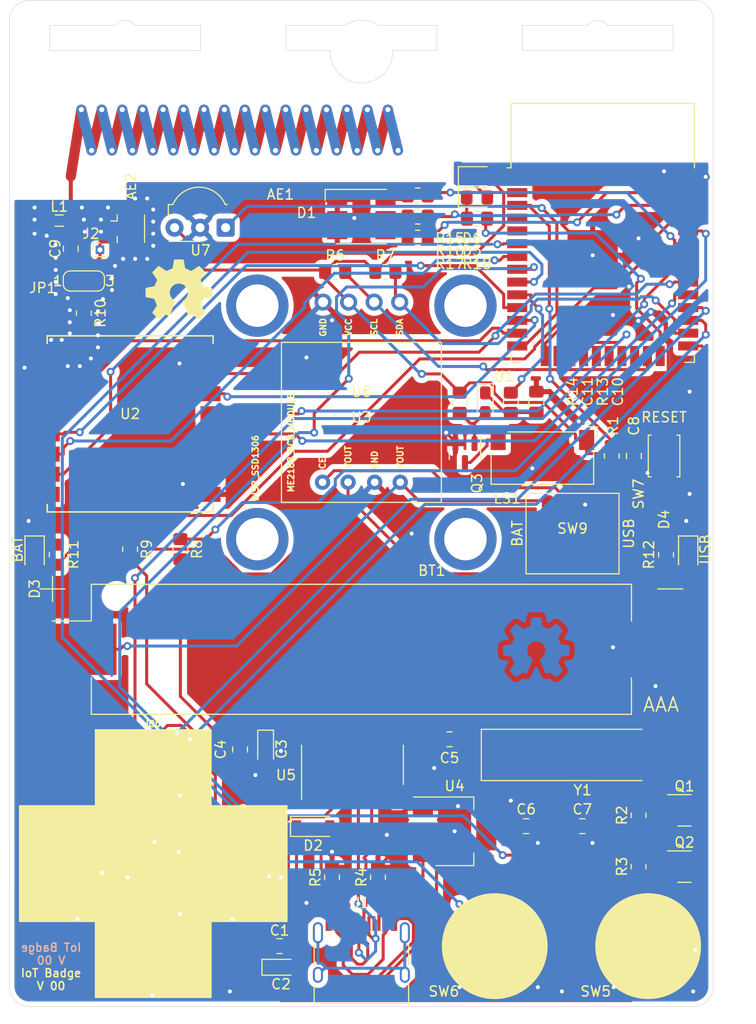
<source format=kicad_pcb>
(kicad_pcb (version 20211014) (generator pcbnew)
  (title_block (title "IoT Badge VHF") (company "Galopago"))
  (layers (0 "F.Cu" signal) (31 "B.Cu" signal) (34 "B.Paste" user) (35 "F.Paste" user) (36 "B.SilkS" user "B.Silkscreen") (37 "F.SilkS" user "F.Silkscreen") (38 "B.Mask" user) (39 "F.Mask" user) (44 "Edge.Cuts" user))
  (net 0 "")
  (net 1 "Net-(R11-Pad2)")
  (net 2 "Net-(C1-Pad1)")
  (net 3 "Net-(C6-Pad1)")
  (net 4 "Net-(C7-Pad1)")
  (net 7 "Net-(R6-Pad2)")
  (net 8 "Net-(R7-Pad2)")
  (net 9 "Net-(R8-Pad1)")
  (net 10 "Net-(R8-Pad2)")
  (net 11 "Net-(R9-Pad1)")
  (net 18 "Net-(R9-Pad2)")
  (net 19 "Net-(U1-Pad6)")
  (net 20 "Net-(U1-Pad7)")
  (net 21 "Net-(U1-Pad11)")
  (net 22 "Net-(U1-Pad12)")
  (net 24 "Net-(U1-Pad13)")
  (net 25 "Net-(U1-Pad29)")
  (net 26 "Net-(Q1-Pad2)")
  (net 27 "Net-(AE1-Pad1)")
  (net 28 "Net-(U1-Pad30)")
  (net 29 "Net-(U1-Pad31)")
  (net 33 "+BATT")
  (net 34 "+3.3VP")
  (net 35 "Earth")
  (net 36 "Net-(J1-PadA5)")
  (net 38 "Net-(J1-PadB5)")
  (net 40 "unconnected-(J1-PadS1)")
  (net 41 "Net-(Q2-Pad2)")
  (net 46 "/EN")
  (net 47 "Net-(Q1-Pad1)")
  (net 49 "Net-(J1-PadA6)")
  (net 50 "Net-(J1-PadA7)")
  (net 51 "+3V3")
  (net 52 "Net-(Q2-Pad1)")
  (net 53 "Net-(D5-Pad1)")
  (net 54 "Net-(C9-Pad2)")
  (net 55 "Net-(D2-Pad2)")
  (net 56 "Net-(JP1-Pad2)")
  (net 57 "Net-(AE2-Pad1)")
  (net 58 "Net-(R10-Pad2)")
  (net 59 "Net-(D3-Pad2)")
  (net 60 "Net-(SW9-Pad5)")
  (net 61 "Net-(D4-Pad2)")
  (net 62 "Net-(C10-Pad1)")
  (net 63 "Net-(C11-Pad2)")
  (net 64 "Net-(LS1-Pad2)")
  (net 65 "Net-(D1-Pad4)")
  (net 66 "Net-(D1-Pad5)")
  (net 67 "Net-(D1-Pad6)")
  (net 68 "/DAC-25")
  (net 69 "/LEDR-21")
  (net 70 "/LEDG-22")
  (net 71 "/LEDB-23")
  (net 72 "Net-(D5-Pad2)")
  (net 73 "/IRLED-2")
  (net 74 "/SW5-32")
  (net 75 "/SW6-33")
  (net 76 "/SW1-0")
  (net 77 "/SW2-13")
  (net 78 "/SW3-16")
  (net 79 "/SW4-17")
  (net 80 "/IRDEC-12")
  (footprint "Symbol:OSHW-Symbol_6.7x6mm_SilkScreen" (layer "F.Cu") (at 116.84 78.74)
    (fp_text reference "SYMB2" hide)
    (fp_text value "OSHW-Symbol_6.7x6mm_SilkScreen" hide)
  )
  (footprint "Diode_SMD:D_SOD-123" (layer "F.Cu") (at 130.2 132.1)
    (fp_text reference "D2")
    (fp_text value "D_Schottky")
  )
  (footprint "Resistor_SMD:R_0805_2012Metric_Pad1.20x1.40mm_HandSolder" (layer "F.Cu") (at 140.6 73.6)
    (fp_text reference "R17")
    (fp_text value "220")
  )
  (footprint "Resistor_SMD:R_0805_2012Metric_Pad1.20x1.40mm_HandSolder" (layer "F.Cu") (at 146.5 71.7)
    (fp_text reference "R18")
    (fp_text value "500")
  )
  (footprint "Resistor_SMD:R_0805_2012Metric_Pad1.20x1.40mm_HandSolder" (layer "F.Cu") (at 140.6 69.4)
    (fp_text reference "R15")
    (fp_text value "220")
  )
  (footprint "Capacitor_SMD:C_0805_2012Metric_Pad1.18x1.45mm_HandSolder" (layer "F.Cu") (at 126.8613 144)
    (fp_text reference "C1")
    (fp_text value "100nF")
  )
  (footprint "Capacitor_Tantalum_SMD:CP_EIA-2012-15_AVX-P_Pad1.30x1.05mm_HandSolder" (layer "F.Cu") (at 125.476 124.419 -90)
    (fp_text reference "C3")
    (fp_text value "22uF")
  )
  (footprint "LED_SMD:LED_0805_2012Metric_Pad1.15x1.40mm_HandSolder" (layer "F.Cu") (at 146.5 67.5)
    (fp_text reference "D6")
    (fp_text value "IRLED")
  )
  (footprint "Battery_SMD:BatteryHolder_Keystone_1020_1xAAA" (layer "F.Cu") (at 135 114.5)
    (fp_text reference "BT1")
    (fp_text value "Battery_Cell")
  )
  (footprint "Capacitor_SMD:C_0805_2012Metric_Pad1.18x1.45mm_HandSolder" (layer "F.Cu") (at 151.384 132.08)
    (fp_text reference "C6")
    (fp_text value "22pF")
  )
  (footprint "Capacitor_Tantalum_SMD:CP_EIA-2012-15_AVX-P_Pad1.30x1.05mm_HandSolder" (layer "F.Cu") (at 127 146.1)
    (fp_text reference "C2")
    (fp_text value "22uF")
  )
  (footprint "Inductor_SMD:L_0805_2012Metric_Pad1.05x1.20mm_HandSolder" (layer "F.Cu") (at 104.95 71.9 180)
    (fp_text reference "L1")
    (fp_text value "L")
  )
  (footprint "Resistor_SMD:R_0805_2012Metric_Pad1.20x1.40mm_HandSolder" (layer "F.Cu") (at 107.4 81.1 -90)
    (fp_text reference "R10")
    (fp_text value "0")
  )
  (footprint "Capacitor_SMD:C_0805_2012Metric_Pad1.18x1.45mm_HandSolder" (layer "F.Cu") (at 162.1 95.29 -90)
    (fp_text reference "C8")
    (fp_text value "100nF")
  )
  (footprint "LED_SMD:LED_0805_2012Metric_Pad1.15x1.40mm_HandSolder" (layer "F.Cu") (at 167.5 105.1 -90)
    (fp_text reference "D4")
    (fp_text value "USBLED")
  )
  (footprint "RF_Module:ESP32-WROOM-32" (layer "F.Cu") (at 159 76.1)
    (fp_text reference "U1")
    (fp_text value "ESP32-WROOM-32")
  )
  (footprint "Connector_Coaxial:U.FL_Hirose_U.FL-R-SMT-1_Vertical" (layer "F.Cu") (at 111.6 72.7)
    (fp_text reference "AE2")
    (fp_text value "EXT U.FL")
  )
  (footprint "Button_Switch_SMD:SW_Push_1P1T_NO_6x6mm_H9.5mm" (layer "F.Cu") (at 114.3 128.15 45)
    (fp_text reference "SW1")
    (fp_text value "SW_Push")
  )
  (footprint "Connector_USB:USB_C_Receptacle_HRO_TYPE-C-31-M-12" (layer "F.Cu") (at 135 145.796)
    (fp_text reference "J1")
    (fp_text value "USB_C_Receptacle_USB2.0")
  )
  (footprint "Resistor_SMD:R_0805_2012Metric_Pad1.20x1.40mm_HandSolder" (layer "F.Cu") (at 112 104.55 -90)
    (fp_text reference "R9")
    (fp_text value "0")
  )
  (footprint "Resistor_SMD:R_0805_2012Metric_Pad1.20x1.40mm_HandSolder" (layer "F.Cu") (at 137.3871 77)
    (fp_text reference "R7")
    (fp_text value "10k")
  )
  (footprint "Package_TO_SOT_SMD:SOT-223-3_TabPin2" (layer "F.Cu") (at 144.272 132.588)
    (fp_text reference "U4")
    (fp_text value "AMS1117-3.3")
  )
  (footprint "Button_Switch_SMD:SW_Push_1P1T_NO_6x6mm_H9.5mm" (layer "F.Cu") (at 148.2614 144)
    (fp_text reference "SW6")
    (fp_text value "SW_Push")
  )
  (footprint "Button_Switch_SMD:SW_Push_1P1T_NO_6x6mm_H9.5mm" (layer "F.Cu") (at 114.3 143.45 45)
    (fp_text reference "SW2")
    (fp_text value "SW_Push")
  )
  (footprint "Capacitor_Tantalum_SMD:CP_EIA-2012-15_AVX-P_Pad1.30x1.05mm_HandSolder" (layer "F.Cu") (at 147.32 90 -90)
    (fp_text reference "C11")
    (fp_text value "100uF")
  )
  (footprint "Package_TO_SOT_SMD:SOT-23" (layer "F.Cu") (at 167.132 130.508)
    (fp_text reference "Q1")
    (fp_text value "BC847")
  )
  (footprint "Resistor_SMD:R_0805_2012Metric_Pad1.20x1.40mm_HandSolder" (layer "F.Cu") (at 149.86 90 90)
    (fp_text reference "R13")
    (fp_text value "220")
  )
  (footprint "Capacitor_SMD:C_0805_2012Metric_Pad1.18x1.45mm_HandSolder" (layer "F.Cu") (at 156.972 132.08)
    (fp_text reference "C7")
    (fp_text value "22pF")
  )
  (footprint "RF_PCB_Antenna:Micrel_Heli_2" (layer "F.Cu") (at 122.9 62.9)
    (fp_text reference "AE1")
    (fp_text value "Antenna 433")
  )
  (footprint "Capacitor_SMD:C_0805_2012Metric_Pad1.18x1.45mm_HandSolder" (layer "F.Cu") (at 122.936 124.46 -90)
    (fp_text reference "C4")
    (fp_text value "100nF")
  )
  (footprint "Resistor_SMD:R_0805_2012Metric_Pad1.20x1.40mm_HandSolder" (layer "F.Cu") (at 136.652 137.16 90)
    (fp_text reference "R4")
    (fp_text value "5.1k")
  )
  (footprint "Jumper:SolderJumper-3_P1.3mm_Bridged12_RoundedPad1.0x1.5mm_NumberLabels" (layer "F.Cu") (at 107.4 77.9)
    (fp_text reference "JP1")
    (fp_text value "Jumper_3_Bridged12")
  )
  (footprint "Crystal:Crystal_SMD_HC49-SD_HandSoldering" (layer "F.Cu") (at 157 125)
    (fp_text reference "Y1")
    (fp_text value "Crystal")
  )
  (footprint "Resistor_SMD:R_0805_2012Metric_Pad1.20x1.40mm_HandSolder" (layer "F.Cu") (at 132.3929 77)
    (fp_text reference "R6")
    (fp_text value "10k")
  )
  (footprint "Package_SO:SOIC-16_3.9x9.9mm_P1.27mm" (layer "F.Cu") (at 134.112 125.984 90)
    (fp_text reference "U5")
    (fp_text value "CH340G")
  )
  (footprint "Display_PCB:DISPLAY_SSD1306_128x64_I2C_0.96inch" (layer "F.Cu") (at 135 91.948)
    (fp_text reference "U3")
    (fp_text value "DISPLAY_SSD1306_128x64_I2C")
  )
  (footprint "DCDC_mini_PCB_module:ME2188_PCB_MODULE" (layer "F.Cu") (at 135 91.948)
    (fp_text reference "U6")
    (fp_text value "ME2188_PCB_MODULE")
  )
  (footprint "Button_Switch_SMD:SW_Push_1P1T_NO_6x6mm_H9.5mm" (layer "F.Cu") (at 163.5214 144)
    (fp_text reference "SW5")
    (fp_text value "SW_Push")
  )
  (footprint "LED_SMD:LED_0805_2012Metric_Pad1.15x1.40mm_HandSolder" (layer "F.Cu") (at 146.5 69.6)
    (fp_text reference "D5")
    (fp_text value "IRLED")
  )
  (footprint "Resistor_SMD:R_0805_2012Metric_Pad1.20x1.40mm_HandSolder" (layer "F.Cu") (at 140.6 71.5)
    (fp_text reference "R16")
    (fp_text value "220")
  )
  (footprint "Capacitor_SMD:C_0805_2012Metric_Pad1.18x1.45mm_HandSolder" (layer "F.Cu") (at 106.1 74.7 -90)
    (fp_text reference "C9")
    (fp_text value "C")
  )
  (footprint "Button_Switch_SMD:SW_Push_1P1T_NO_6x6mm_H9.5mm" (layer "F.Cu") (at 121.93 135.8 45)
    (fp_text reference "SW4")
    (fp_text value "SW_Push")
  )
  (footprint "Resistor_SMD:R_0805_2012Metric_Pad1.20x1.40mm_HandSolder" (layer "F.Cu") (at 132.08 137.16 90)
    (fp_text reference "R5")
    (fp_text value "5.1k")
  )
  (footprint "OptoDevice:Vishay_MOLD-3Pin" (layer "F.Cu") (at 121.5 72.6 180)
    (fp_text reference "U7")
    (fp_text value "TSOP41xx")
  )
  (footprint "Package_TO_SOT_SMD:SOT-23" (layer "F.Cu") (at 167.132 136.096)
    (fp_text reference "Q2")
    (fp_text value "BC847")
  )
  (footprint "Package_TO_SOT_SMD:SOT-23" (layer "F.Cu") (at 145.3 95 -90)
    (fp_text reference "Q3")
    (fp_text value "BC847")
  )
  (footprint "Speaker_SMD:Speaker_SMD-10mmx5mm" (layer "F.Cu") (at 153 95.5 180)
    (fp_text reference "LS1")
    (fp_text value "Speaker")
  )
  (footprint "Resistor_SMD:R_0805_2012Metric_Pad1.20x1.40mm_HandSolder" (layer "F.Cu") (at 162.56 131 90)
    (fp_text reference "R2")
    (fp_text value "10k")
  )
  (footprint "Slide_Switch_SMD:SW_Slide_2P2T_9mmx7.6mm" (layer "F.Cu") (at 156 103)
    (fp_text reference "SW9")
    (fp_text value "SW_PWR_USB_BAT")
  )
  (footprint "Capacitor_SMD:C_0805_2012Metric_Pad1.18x1.45mm_HandSolder" (layer "F.Cu") (at 152.4 89.9375 90)
    (fp_text reference "C10")
    (fp_text value "0.1uF")
  )
  (footprint "LED_SMD:LED_0805_2012Metric_Pad1.15x1.40mm_HandSolder" (layer "F.Cu") (at 102.5 105.1 -90)
    (fp_text reference "D3")
    (fp_text value "BATLED")
  )
  (footprint "RF_Module_alt:Ai-Thinker-Ra-02-LoRa-alt" (layer "F.Cu") (at 112 92.1)
    (fp_text reference "U2")
    (fp_text value "Ai-Thinker-Ra-02-alt")
  )
  (footprint "Resistor_SMD:R_0805_2012Metric_Pad1.20x1.40mm_HandSolder" (layer "F.Cu") (at 104.7 105.1 -90)
    (fp_text reference "R11")
    (fp_text value "1k")
  )
  (footprint "Resistor_SMD:R_0805_2012Metric_Pad1.20x1.40mm_HandSolder" (layer "F.Cu") (at 165.3 105.1 -90)
    (fp_text reference "R12")
    (fp_text value "1k")
  )
  (footprint "Connector_PinHeader_1.00mm:PinHeader_1x01_P1.00mm_Vertical" (layer "F.Cu") (at 109 74.8)
    (fp_text reference "J2")
    (fp_text value "Wire ANT")
  )
  (footprint "Resistor_SMD:R_0805_2012Metric_Pad1.20x1.40mm_HandSolder" (layer "F.Cu") (at 144.78 90 -90)
    (fp_text reference "R14")
    (fp_text value "2.2k")
  )
  (footprint "Button_Switch_SMD:SW_Push_1P1T_NO_6x6mm_H9.5mm" (layer "F.Cu") (at 106.67 135.8 45)
    (fp_text reference "SW3")
    (fp_text value "SW_Push")
  )
  (footprint "Capacitor_SMD:C_0805_2012Metric_Pad1.18x1.45mm_HandSolder" (layer "F.Cu") (at 143.764 123.444)
    (fp_text reference "C5")
    (fp_text value "100nF")
  )
  (footprint "Resistor_SMD:R_0805_2012Metric_Pad1.20x1.40mm_HandSolder" (layer "F.Cu") (at 162.56 136.096 90)
    (fp_text reference "R3")
    (fp_text value "10k")
  )
  (footprint "LED_SMD:LED_RGB_5050-6" (layer "F.Cu") (at 135 71.5)
    (fp_text reference "D1")
    (fp_text value "LED_RGB")
  )
  (footprint "Button_Switch_SMD:SW_Push_SPST_NO_Alps_SKRK" (layer "F.Cu") (at 165.1 95.29 90)
    (fp_text reference "SW7")
    (fp_text value "E")
  )
  (footprint "Resistor_SMD:R_0805_2012Metric_Pad1.20x1.40mm_HandSolder" (layer "F.Cu") (at 117 104.55 -90)
    (fp_text reference "R8")
    (fp_text value "0")
  )
  (footprint "Resistor_SMD:R_0805_2012Metric_Pad1.20x1.40mm_HandSolder" (layer "F.Cu") (at 159.9 95.29 90)
    (fp_text reference "R1")
    (fp_text value "10k")
  )
  (footprint "Symbol:OSHW-Symbol_6.7x6mm_Copper" (layer "B.Cu") (at 152.4 114.3 180)
    (fp_text reference "SYMB1" hide)
    (fp_text value "OSHW-Symbol_6.7x6mm_Copper" hide)
  )
  (gr_rect (start 101 130.05) (end 127.6 141.55) (layer "F.SilkS") (width 0.12) (fill solid))
  (gr_circle (center 163.5214 144) (end 168.7214 144) (layer "F.SilkS") (width 0.12) (fill solid))
  (gr_rect (start 108.55 122.5) (end 120.05 149.1) (layer "F.SilkS") (width 0.12) (fill solid))
  (gr_circle (center 148.2614 144) (end 153.4614 144) (layer "F.SilkS") (width 0.12) (fill solid))
  (gr_line (start 106.67 135.8) (end 121.93 135.8) (layer "F.SilkS") (width 0.12))
  (gr_line (start 114.3 128.15) (end 114.3 143.45) (layer "F.SilkS") (width 0.12))
  (gr_line (start 104 52.5) (end 110.5 52.5) (layer "Edge.Cuts") (width 0.05))
  (gr_line (start 102 50) (end 168 50) (layer "Edge.Cuts") (width 0.05))
  (gr_line (start 170 52) (end 170 148) (layer "Edge.Cuts") (width 0.05))
  (gr_line (start 127.5 52.5) (end 127.5 55) (layer "Edge.Cuts") (width 0.05))
  (gr_line (start 119 52.5) (end 119 55) (layer "Edge.Cuts") (width 0.05))
  (gr_arc (start 133.3 52.5) (mid 135 51.993208) (end 136.7 52.5) (layer "Edge.Cuts") (width 0.05))
  (gr_line (start 159.5 52.5) (end 166 52.5) (layer "Edge.Cuts") (width 0.05))
  (gr_arc (start 138.1 55) (mid 135 58.224191) (end 131.9 55) (layer "Edge.Cuts") (width 0.05))
  (gr_line (start 138.1 55) (end 142.5 55) (layer "Edge.Cuts") (width 0.05))
  (gr_arc (start 110.5 52.5) (mid 111.5 52.001418) (end 112.5 52.5) (layer "Edge.Cuts") (width 0.05))
  (gr_line (start 136.7 52.5) (end 142.5 52.5) (layer "Edge.Cuts") (width 0.05))
  (gr_line (start 151 55) (end 166 55) (layer "Edge.Cuts") (width 0.05))
  (gr_line (start 112.5 52.5) (end 119 52.5) (layer "Edge.Cuts") (width 0.05))
  (gr_line (start 166 52.5) (end 166 55) (layer "Edge.Cuts") (width 0.05))
  (gr_line (start 104 55) (end 119 55) (layer "Edge.Cuts") (width 0.05))
  (gr_line (start 142.5 52.5) (end 142.5 55) (layer "Edge.Cuts") (width 0.05))
  (gr_line (start 100 52) (end 100 148) (layer "Edge.Cuts") (width 0.05))
  (gr_line (start 104 52.5) (end 104 55) (layer "Edge.Cuts") (width 0.05))
  (gr_arc (start 170 148) (mid 169.414214 149.414214) (end 168 150) (layer "Edge.Cuts") (width 0.05))
  (gr_arc (start 168 50) (mid 169.414214 50.585786) (end 170 52) (layer "Edge.Cuts") (width 0.05))
  (gr_line (start 151 52.5) (end 157.5 52.5) (layer "Edge.Cuts") (width 0.05))
  (gr_arc (start 102 150) (mid 100.585786 149.414214) (end 100 148) (layer "Edge.Cuts") (width 0.05))
  (gr_line (start 127.5 52.5) (end 133.3 52.5) (layer "Edge.Cuts") (width 0.05))
  (gr_line (start 102 150) (end 168 150) (layer "Edge.Cuts") (width 0.05))
  (gr_arc (start 157.5 52.5) (mid 158.5 52.001418) (end 159.5 52.5) (layer "Edge.Cuts") (width 0.05))
  (gr_line (start 127.5 55) (end 131.9 55) (layer "Edge.Cuts") (width 0.05))
  (gr_arc (start 100 52) (mid 100.585786 50.585786) (end 102 50) (layer "Edge.Cuts") (width 0.05))
  (gr_line (start 151 52.5) (end 151 55) (layer "Edge.Cuts") (width 0.05))
  (gr_text "IoT Badge\nV 00" (at 104.14 144.78) (layer "B.SilkS") (effects (font (size 0.8 0.8)) (justify mirror)))
  (gr_text "GND" (at 131.19 82.5 90) (layer "F.SilkS") (effects (font (size 0.6 0.6))))
  (gr_text "BAT" (at 150.5 103 90) (layer "F.SilkS") (effects (font (size 1 1))))
  (gr_text "DISP_SSD1306" (at 124.46 96.5 90) (layer "F.SilkS") (effects (font (size 0.6 0.6))))
  (gr_text "VOUT" (at 133.677 95.4 90) (layer "F.SilkS") (effects (font (size 0.6 0.6))))
  (gr_text "IoT Badge\nV 00" (at 104.14 147.32) (layer "F.SilkS") (effects (font (size 0.8 0.8))))
  (gr_text "BAT" (at 100.8 104.57 90) (layer "F.SilkS") (effects (font (size 1 1))))
  (gr_text "IO0" (at 114.3 121.92) (layer "F.SilkS") (effects (font (size 0.6 0.6))))
  (gr_text "GND" (at 136.323 95.7 90) (layer "F.SilkS") (effects (font (size 0.6 0.6))))
  (gr_text "CE" (at 131.137 96 90) (layer "F.SilkS") (effects (font (size 0.6 0.6))))
  (gr_text "USB" (at 161.6 103 90) (layer "F.SilkS") (effects (font (size 1 1))))
  (gr_text "ME2188_PCB_MODULE" (at 128 93.98 90) (layer "F.SilkS") (effects (font (size 0.6 0.6))))
  (gr_text "VOUT" (at 138.863 95.4 90) (layer "F.SilkS") (effects (font (size 0.6 0.6))))
  (gr_text "SCL" (at 136.27 82.5 90) (layer "F.SilkS") (effects (font (size 0.6 0.6))))
  (gr_text "USB" (at 169.2 104.57 90) (layer "F.SilkS") (effects (font (size 1 1))))
  (gr_text "RESET" (at 165.1 91.44) (layer "F.SilkS") (effects (font (size 1 1))))
  (gr_text "VCC" (at 133.73 82.5 90) (layer "F.SilkS") (effects (font (size 0.6 0.6))))
  (gr_text "AAA" (at 164.8 120) (layer "F.SilkS") (effects (font (size 1.4 1.4))))
  (gr_text "SDA" (at 138.81 82.5 90) (layer "F.SilkS") (effects (font (size 0.6 0.6))))
  (segment (start 133.677 99.4004) (end 133.677 97.898) (width 0.3) (layer "F.Cu") (net 1))
  (segment (start 126.064 107.013) (end 133.677 99.4004) (width 0.3) (layer "F.Cu") (net 1))
  (segment (start 120.629 104.55) (end 123.092 107.013) (width 0.3) (layer "F.Cu") (net 1))
  (segment (start 141.275 106.998) (end 133.677 99.4004) (width 0.3) (layer "F.Cu") (net 1))
  (segment (start 104.7 106.1) (end 106.25 104.55) (width 0.3) (layer "F.Cu") (net 1))
  (segment (start 152.327 106.998) (end 141.275 106.998) (width 0.3) (layer "F.Cu") (net 1))
  (segment (start 153.5 105.825) (end 152.327 106.998) (width 0.3) (layer "F.Cu") (net 1))
  (segment (start 123.092 107.013) (end 126.064 107.013) (width 0.3) (layer "F.Cu") (net 1))
  (segment (start 106.25 104.55) (end 120.629 104.55) (width 0.3) (layer "F.Cu") (net 1))
  (segment (start 125.824 144.0148) (end 125.824 144.0074) (width 0.3) (layer "F.Cu") (net 2))
  (segment (start 125.824 144.0018) (end 125.824 144.0009) (width 0.3) (layer "F.Cu") (net 2))
  (segment (start 125.824 144.1185) (end 125.824 144.0592) (width 0.3) (layer "F.Cu") (net 2))
  (segment (start 125.824 144.949) (end 125.824 144.474) (width 0.3) (layer "F.Cu") (net 2))
  (segment (start 125.824 144.0037) (end 125.824 144.0018) (width 0.3) (layer "F.Cu") (net 2))
  (segment (start 128.55 141.274) (end 128.55 132.1) (width 0.3) (layer "F.Cu") (net 2))
  (segment (start 125.824 144.0074) (end 125.824 144.0037) (width 0.3) (layer "F.Cu") (net 2))
  (segment (start 125.824 144.0002) (end 125.824 144.0001) (width 0.3) (layer "F.Cu") (net 2))
  (segment (start 125.824 144.0018) (end 125.824 144.0009) (width 0.3) (layer "F.Cu") (net 2))
  (segment (start 125.824 144.0592) (end 125.824 144.0296) (width 0.3) (layer "F.Cu") (net 2))
  (segment (start 125.824 144.0296) (end 125.824 144.0148) (width 0.3) (layer "F.Cu") (net 2))
  (segment (start 125.824 144.474) (end 125.824 144.237) (width 0.3) (layer "F.Cu") (net 2))
  (segment (start 141.122 134.888) (end 141.122 143.323) (width 0.3) (layer "F.Cu") (net 2))
  (segment (start 125.824 144.0004) (end 125.824 144.0002) (width 0.3) (layer "F.Cu") (net 2))
  (segment (start 125.824 144.0002) (end 125.824 144.0001) (width 0.3) (layer "F.Cu") (net 2))
  (segment (start 125.824 144.0074) (end 125.824 144.0037) (width 0.3) (layer "F.Cu") (net 2))
  (segment (start 126.025 146.1) (end 125.824 145.899) (width 0.3) (layer "F.Cu") (net 2))
  (segment (start 125.824 144) (end 128.55 141.274) (width 0.3) (layer "F.Cu") (net 2))
  (segment (start 125.824 144.0004) (end 125.824 144.0002) (width 0.3) (layer "F.Cu") (net 2))
  (segment (start 125.824 144.0037) (end 125.824 144.0018) (width 0.3) (layer "F.Cu") (net 2))
  (segment (start 125.824 144.237) (end 125.824 144.1185) (width 0.3) (layer "F.Cu") (net 2))
  (segment (start 125.824 144.0592) (end 125.824 144.0296) (width 0.3) (layer "F.Cu") (net 2))
  (segment (start 125.824 144.0037) (end 125.824 144.0018) (width 0.3) (layer "F.Cu") (net 2))
  (segment (start 125.824 144.0001) (end 125.824 144) (width 0.3) (layer "F.Cu") (net 2))
  (segment (start 125.824 144.474) (end 125.824 144.237) (width 0.3) (layer "F.Cu") (net 2))
  (segment (start 125.824 144.0148) (end 125.824 144.0074) (width 0.3) (layer "F.Cu") (net 2))
  (segment (start 125.824 144) (end 125.8238 144) (width 0.3) (layer "F.Cu") (net 2))
  (segment (start 125.824 144.1185) (end 125.824 144.0592) (width 0.3) (layer "F.Cu") (net 2))
  (segment (start 125.824 144.0296) (end 125.824 144.0148) (width 0.3) (layer "F.Cu") (net 2))
  (segment (start 125.824 144.0009) (end 125.824 144.0004) (width 0.3) (layer "F.Cu") (net 2))
  (segment (start 125.824 144.0148) (end 125.824 144.0074) (width 0.3) (layer "F.Cu") (net 2))
  (segment (start 141.122 143.323) (end 136.1 148.345) (width 0.3) (layer "F.Cu") (net 2))
  (segment (start 125.824 144.0001) (end 125.824 144) (width 0.3) (layer "F.Cu") (net 2))
  (segment (start 125.824 144.0002) (end 125.824 144.0001) (width 0.3) (layer "F.Cu") (net 2))
  (segment (start 125.824 144.0592) (end 125.824 144.0296) (width 0.3) (layer "F.Cu") (net 2))
  (segment (start 125.824 144.0074) (end 125.824 144.0037) (width 0.3) (layer "F.Cu") (net 2))
  (segment (start 125.824 144.237) (end 125.824 144.1185) (width 0.3) (layer "F.Cu") (net 2))
  (segment (start 125.824 144.949) (end 125.824 144.474) (width 0.3) (layer "F.Cu") (net 2))
  (segment (start 125.824 144.95) (end 125.824 144.949) (width 0.3) (layer "F.Cu") (net 2))
  (segment (start 125.824 144.0004) (end 125.824 144.0002) (width 0.3) (layer "F.Cu") (net 2))
  (segment (start 125.824 144.1185) (end 125.824 144.0592) (width 0.3) (layer "F.Cu") (net 2))
  (segment (start 125.824 144.95) (end 125.824 144.949) (width 0.3) (layer "F.Cu") (net 2))
  (segment (start 125.824 144.474) (end 125.824 144.237) (width 0.3) (layer "F.Cu") (net 2))
  (segment (start 128.27 148.345) (end 126.025 146.1) (width 0.3) (layer "F.Cu") (net 2))
  (segment (start 125.824 144.237) (end 125.824 144.1185) (width 0.3) (layer "F.Cu") (net 2))
  (segment (start 125.824 145.899) (end 125.824 144.95) (width 0.3) (layer "F.Cu") (net 2))
  (segment (start 125.824 144.0296) (end 125.824 144.0148) (width 0.3) (layer "F.Cu") (net 2))
  (segment (start 125.824 144.0009) (end 125.824 144.0004) (width 0.3) (layer "F.Cu") (net 2))
  (segment (start 136.1 148.345) (end 128.27 148.345) (width 0.3) (layer "F.Cu") (net 2))
  (segment (start 125.824 144.0001) (end 125.824 144) (width 0.3) (layer "F.Cu") (net 2))
  (segment (start 125.824 144.0009) (end 125.824 144.0004) (width 0.3) (layer "F.Cu") (net 2))
  (segment (start 125.824 144.0018) (end 125.824 144.0009) (width 0.3) (layer "F.Cu") (net 2))
  (segment (start 146.775 125) (end 151.062 125) (width 0.3) (layer "F.Cu") (net 3))
  (segment (start 139.511 129.188) (end 146.775 129.188) (width 0.3) (layer "F.Cu") (net 3))
  (segment (start 138.864 129.836) (end 139.511 129.188) (width 0.3) (layer "F.Cu") (net 3))
  (segment (start 148.978 130.712) (end 149.434 131.168) (width 0.3) (layer "F.Cu") (net 3))
  (segment (start 138.243 129.836) (end 138.864 129.836) (width 0.3) (layer "F.Cu") (net 3))
  (segment (start 149.8905 131.624) (end 150.3465 132.08) (width 0.3) (layer "F.Cu") (net 3))
  (segment (start 149.434 131.168) (end 149.89 131.624) (width 0.3) (layer "F.Cu") (net 3))
  (segment (start 148.978 130.712) (end 149.434 131.168) (width 0.3) (layer "F.Cu") (net 3))
  (segment (start 146.775 129.188) (end 146.775 125) (width 0.3) (layer "F.Cu") (net 3))
  (segment (start 146.775 129.188) (end 147.454 129.188) (width 0.3) (layer "F.Cu") (net 3))
  (segment (start 149.89 131.624) (end 150.346 132.08) (width 0.3) (layer "F.Cu") (net 3))
  (segment (start 137.287 128.459) (end 137.287 128.88) (width 0.3) (layer "F.Cu") (net 3))
  (segment (start 137.287 128.88) (end 138.243 129.836) (width 0.3) (layer "F.Cu") (net 3))
  (segment (start 149.89 131.624) (end 149.8905 131.624) (width 0.3) (layer "F.Cu") (net 3))
  (segment (start 147.454 129.188) (end 148.978 130.712) (width 0.3) (layer "F.Cu") (net 3))
  (segment (start 151.062 125) (end 151.0625 125) (width 0.3) (layer "F.Cu") (net 3))
  (segment (start 162.9375 125) (end 158.65 125) (width 0.3) (layer "F.Cu") (net 4))
  (segment (start 155.934 128.807) (end 155.934 129.898) (width 0.3) (layer "F.Cu") (net 4))
  (segment (start 158.65 125) (end 157.584 126.066) (width 0.3) (layer "F.Cu") (net 4))
  (segment (start 155.934 130.989) (end 155.934 132.08) (width 0.3) (layer "F.Cu") (net 4))
  (segment (start 155.168 123.65) (end 157.584 126.066) (width 0.3) (layer "F.Cu") (net 4))
  (segment (start 155.934 129.898) (end 155.934 130.989) (width 0.3) (layer "F.Cu") (net 4))
  (segment (start 155.9345 130.9895) (end 155.9345 132.08) (width 0.3) (layer "F.Cu") (net 4))
  (segment (start 138.557 128.459) (end 141.781 128.459) (width 0.3) (layer "F.Cu") (net 4))
  (segment (start 155.934 127.715) (end 155.934 128.806) (width 0.3) (layer "F.Cu") (net 4))
  (segment (start 157.584 126.066) (end 155.934 127.715) (width 0.3) (layer "F.Cu") (net 4))
  (segment (start 155.934 130.989) (end 155.9345 130.9895) (width 0.3) (layer "F.Cu") (net 4))
  (segment (start 155.934 128.806) (end 155.934 128.807) (width 0.3) (layer "F.Cu") (net 4))
  (segment (start 155.934 128.806) (end 155.934 128.807) (width 0.3) (layer "F.Cu") (net 4))
  (segment (start 146.59 123.65) (end 155.168 123.65) (width 0.3) (layer "F.Cu") (net 4))
  (segment (start 155.934 128.807) (end 155.934 129.898) (width 0.3) (layer "F.Cu") (net 4))
  (segment (start 162.938 125) (end 162.9375 125) (width 0.3) (layer "F.Cu") (net 4))
  (segment (start 141.781 128.459) (end 146.59 123.65) (width 0.3) (layer "F.Cu") (net 4))
  (segment (start 133.393 77.0906) (end 133.393 77.0905) (width 0.3) (layer "F.Cu") (net 7))
  (segment (start 163.445 86.7051) (end 147.428 86.7051) (width 0.3) (layer "F.Cu") (net 7))
  (segment (start 133.393 77.0302) (end 133.393 77) (width 0.3) (layer "F.Cu") (net 7))
  (segment (start 133.393 77.0905) (end 133.393 77.0604) (width 0.3) (layer "F.Cu") (net 7))
  (segment (start 133.393 77.0906) (end 133.393 77.0905) (width 0.3) (layer "F.Cu") (net 7))
  (segment (start 133.3929 77.0301) (end 133.3929 77) (width 0.3) (layer "F.Cu") (net 7))
  (segment (start 136.27 79.998) (end 133.393 77.1209) (width 0.3) (layer "F.Cu") (net 7))
  (segment (start 133.393 77.1209) (end 133.393 77.0906) (width 0.3) (layer "F.Cu") (net 7))
  (segment (start 133.393 77.0302) (end 133.3929 77.0301) (width 0.3) (layer "F.Cu") (net 7))
  (segment (start 163.445 85.355) (end 163.445 86.7051) (width 0.3) (layer "F.Cu") (net 7))
  (segment (start 147.428 86.7051) (end 147.116 86.3929) (width 0.3) (layer "F.Cu") (net 7))
  (segment (start 133.393 77.0604) (end 133.393 77.0302) (width 0.3) (layer "F.Cu") (net 7))
  (segment (start 133.393 77.0905) (end 133.393 77.0604) (width 0.3) (layer "F.Cu") (net 7))
  (via (at 147.116 86.3929) (size 0.8) (drill 0.4) (layers "F.Cu" "B.Cu") (net 7))
  (segment (start 136.27 79.998) (end 142.665 86.3929) (width 0.3) (layer "B.Cu") (net 7))
  (segment (start 142.665 86.3929) (end 147.116 86.3929) (width 0.3) (layer "B.Cu") (net 7))
  (segment (start 166.15 83.085) (end 166.15 81.7205) (width 0.3) (layer "F.Cu") (net 8))
  (segment (start 138.387 77.6437) (end 138.3871 77.6436) (width 0.3) (layer "F.Cu") (net 8))
  (segment (start 138.387 78.2875) (end 138.387 77.6437) (width 0.3) (layer "F.Cu") (net 8))
  (segment (start 138.387 78.9312) (end 138.387 78.2875) (width 0.3) (layer "F.Cu") (net 8))
  (segment (start 138.3871 77.6436) (end 138.3871 77) (width 0.3) (layer "F.Cu") (net 8))
  (segment (start 138.387 79.5751) (end 138.387 78.9313) (width 0.3) (layer "F.Cu") (net 8))
  (segment (start 138.387 77.6437) (end 138.387 77) (width 0.3) (layer "F.Cu") (net 8))
  (segment (start 138.387 78.9313) (end 138.387 78.9312) (width 0.3) (layer "F.Cu") (net 8))
  (segment (start 138.81 79.998) (end 138.387 79.5751) (width 0.3) (layer "F.Cu") (net 8))
  (segment (start 166.15 81.7205) (end 164.268 79.8387) (width 0.3) (layer "F.Cu") (net 8))
  (segment (start 167.5 83.085) (end 166.15 83.085) (width 0.3) (layer "F.Cu") (net 8))
  (segment (start 138.387 78.9313) (end 138.387 78.9312) (width 0.3) (layer "F.Cu") (net 8))
  (segment (start 138.387 78.9312) (end 138.387 78.2875) (width 0.3) (layer "F.Cu") (net 8))
  (via (at 164.268 79.8387) (size 0.8) (drill 0.4) (layers "F.Cu" "B.Cu") (net 8))
  (segment (start 148.626 84.1152) (end 151.882 80.8594) (width 0.3) (layer "B.Cu") (net 8))
  (segment (start 142.927 84.1152) (end 148.626 84.1152) (width 0.3) (layer "B.Cu") (net 8))
  (segment (start 162.577 79.6998) (end 162.814 79.4634) (width 0.3) (layer "B.Cu") (net 8))
  (segment (start 162.814 79.4634) (end 163.893 79.4634) (width 0.3) (layer "B.Cu") (net 8))
  (segment (start 151.882 80.3337) (end 152.516 79.6998) (width 0.3) (layer "B.Cu") (net 8))
  (segment (start 163.893 79.4634) (end 164.268 79.8387) (width 0.3) (layer "B.Cu") (net 8))
  (segment (start 138.81 79.998) (end 142.927 84.1152) (width 0.3) (layer "B.Cu") (net 8))
  (segment (start 151.882 80.8594) (end 151.882 80.3337) (width 0.3) (layer "B.Cu") (net 8))
  (segment (start 152.516 79.6998) (end 162.577 79.6998) (width 0.3) (layer "B.Cu") (net 8))
  (segment (start 169.124 73.1985) (end 169.245 73.1985) (width 0.3) (layer "F.Cu") (net 9))
  (segment (start 167.5 72.925) (end 168.85 72.925) (width 0.3) (layer "F.Cu") (net 9))
  (segment (start 117 103.55) (end 119.528 103.55) (width 0.3) (layer "F.Cu") (net 9))
  (segment (start 119.528 103.55) (end 120.475 102.603) (width 0.3) (layer "F.Cu") (net 9))
  (segment (start 168.85 72.925) (end 169.124 73.1985) (width 0.3) (layer "F.Cu") (net 9))
  (via (at 169.245 73.1985) (size 0.8) (drill 0.4) (layers "F.Cu" "B.Cu") (net 9))
  (via (at 120.475 102.603) (size 0.8) (drill 0.4) (layers "F.Cu" "B.Cu") (net 9))
  (segment (start 123.169 99.9094) (end 130.707 99.9094) (width 0.3) (layer "B.Cu") (net 9))
  (segment (start 133.237 96.7569) (end 150.328 96.7569) (width 0.3) (layer "B.Cu") (net 9))
  (segment (start 132.407 97.5867) (end 133.237 96.7569) (width 0.3) (layer "B.Cu") (net 9))
  (segment (start 150.328 96.7569) (end 169.245 77.8404) (width 0.3) (layer "B.Cu") (net 9))
  (segment (start 169.245 77.8404) (end 169.245 73.1985) (width 0.3) (layer "B.Cu") (net 9))
  (segment (start 132.407 98.2097) (end 132.407 97.5867) (width 0.3) (layer "B.Cu") (net 9))
  (segment (start 130.707 99.9094) (end 132.407 98.2097) (width 0.3) (layer "B.Cu") (net 9))
  (segment (start 120.475 102.603) (end 123.169 99.9094) (width 0.3) (layer "B.Cu") (net 9))
  (segment (start 122.274 124.46) (end 123.575 124.46) (width 0.3) (layer "F.Cu") (net 10))
  (segment (start 124.6 125.485) (end 124.6 126.104) (width 0.3) (layer "F.Cu") (net 10))
  (segment (start 123.575 124.46) (end 124.6 125.485) (width 0.3) (layer "F.Cu") (net 10))
  (segment (start 124.6 126.104) (end 125.239 126.743) (width 0.3) (layer "F.Cu") (net 10))
  (segment (start 117 119.186) (end 122.274 124.46) (width 0.3) (layer "F.Cu") (net 10))
  (segment (start 129.65 126.743) (end 130.937 128.03) (width 0.3) (layer "F.Cu") (net 10))
  (segment (start 117 105.55) (end 117 119.186) (width 0.3) (layer "F.Cu") (net 10))
  (segment (start 125.239 126.743) (end 129.65 126.743) (width 0.3) (layer "F.Cu") (net 10))
  (segment (start 130.937 128.03) (end 130.937 128.459) (width 0.3) (layer "F.Cu") (net 10))
  (segment (start 114.347 101.203) (end 112 103.55) (width 0.3) (layer "F.Cu") (net 11))
  (segment (start 158.111 78.5693) (end 152.228 84.4516) (width 0.3) (layer "F.Cu") (net 11))
  (segment (start 131.624 94.8218) (end 128.439 94.8218) (width 0.3) (layer "F.Cu") (net 11))
  (segment (start 164.383 73.4216) (end 164.383 74.4887) (width 0.3) (layer "F.Cu") (net 11))
  (segment (start 140.803 85.6428) (end 131.624 94.8218) (width 0.3) (layer "F.Cu") (net 11))
  (segment (start 152.228 84.6481) (end 151.234 85.6428) (width 0.3) (layer "F.Cu") (net 11))
  (segment (start 164.383 74.4887) (end 160.303 78.5693) (width 0.3) (layer "F.Cu") (net 11))
  (segment (start 128.439 94.8218) (end 122.058 101.203) (width 0.3) (layer "F.Cu") (net 11))
  (segment (start 160.303 78.5693) (end 158.111 78.5693) (width 0.3) (layer "F.Cu") (net 11))
  (segment (start 167.5 71.655) (end 166.15 71.655) (width 0.3) (layer "F.Cu") (net 11))
  (segment (start 152.228 84.4516) (end 152.228 84.6481) (width 0.3) (layer "F.Cu") (net 11))
  (segment (start 151.234 85.6428) (end 140.803 85.6428) (width 0.3) (layer "F.Cu") (net 11))
  (segment (start 166.15 71.655) (end 164.383 73.4216) (width 0.3) (layer "F.Cu") (net 11))
  (segment (start 122.058 101.203) (end 114.347 101.203) (width 0.3) (layer "F.Cu") (net 11))
  (segment (start 113.646 117.941) (end 113.646 107.196) (width 0.3) (layer "F.Cu") (net 18))
  (segment (start 113.646 107.196) (end 112 105.55) (width 0.3) (layer "F.Cu") (net 18))
  (segment (start 125.528 129.823) (end 113.646 117.941) (width 0.3) (layer "F.Cu") (net 18))
  (segment (start 131.265 129.823) (end 125.528 129.823) (width 0.3) (layer "F.Cu") (net 18))
  (segment (start 132.207 128.459) (end 132.207 128.882) (width 0.3) (layer "F.Cu") (net 18))
  (segment (start 132.207 128.882) (end 131.265 129.823) (width 0.3) (layer "F.Cu") (net 18))
  (segment (start 105.35 97.1) (end 110.058 92.3918) (width 0.3) (layer "F.Cu") (net 19))
  (segment (start 149.094 74.251) (end 148.533 74.251) (width 0.3) (layer "F.Cu") (net 19))
  (segment (start 110.058 92.3918) (end 110.058 86.919) (width 0.3) (layer "F.Cu") (net 19))
  (segment (start 104 97.1) (end 105.35 97.1) (width 0.3) (layer "F.Cu") (net 19))
  (segment (start 149.15 74.195) (end 149.094 74.251) (width 0.3) (layer "F.Cu") (net 19))
  (segment (start 150.5 74.195) (end 149.15 74.195) (width 0.3) (layer "F.Cu") (net 19))
  (via (at 148.533 74.251) (size 0.8) (drill 0.4) (layers "F.Cu" "B.Cu") (net 19))
  (via (at 110.058 86.919) (size 0.8) (drill 0.4) (layers "F.Cu" "B.Cu") (net 19))
  (segment (start 110.058 86.919) (end 122.726 74.251) (width 0.3) (layer "B.Cu") (net 19))
  (segment (start 122.726 74.251) (end 148 74.251) (width 0.3) (layer "B.Cu") (net 19))
  (segment (start 150.5 75.465) (end 149.15 75.465) (width 0.3) (layer "F.Cu") (net 20))
  (segment (start 148.775 75.8397) (end 148.247 75.8397) (width 0.3) (layer "F.Cu") (net 20))
  (segment (start 105.35 95.1) (end 105.35 94.4966) (width 0.3) (layer "F.Cu") (net 20))
  (segment (start 149.15 75.465) (end 148.775 75.8397) (width 0.3) (layer "F.Cu") (net 20))
  (segment (start 105.35 94.4966) (end 106.046 93.8004) (width 0.3) (layer "F.Cu") (net 20))
  (segment (start 104 95.1) (end 105.35 95.1) (width 0.3) (layer "F.Cu") (net 20))
  (via (at 106.046 93.8004) (size 0.8) (drill 0.4) (layers "F.Cu" "B.Cu") (net 20))
  (via (at 148.247 75.8397) (size 0.8) (drill 0.4) (layers "F.Cu" "B.Cu") (net 20))
  (segment (start 132.312 77.1257) (end 141.205 77.1257) (width 0.3) (layer "B.Cu") (net 20))
  (segment (start 129.323 80.554) (end 129.323 80.1148) (width 0.3) (layer "B.Cu") (net 20))
  (segment (start 129.323 80.1148) (end 132.312 77.1257) (width 0.3) (layer "B.Cu") (net 20))
  (segment (start 141.205 77.1257) (end 142.491 75.8397) (width 0.3) (layer "B.Cu") (net 20))
  (segment (start 142.491 75.8397) (end 148.247 75.8397) (width 0.3) (layer "B.Cu") (net 20))
  (segment (start 116.077 93.8004) (end 129.323 80.554) (width 0.3) (layer "B.Cu") (net 20))
  (segment (start 106.046 93.8004) (end 116.077 93.8004) (width 0.3) (layer "B.Cu") (net 20))
  (segment (start 104 93.1) (end 105.35 93.1) (width 0.3) (layer "F.Cu") (net 21))
  (segment (start 105.516 92.9338) (end 106.985 92.9338) (width 0.3) (layer "F.Cu") (net 21))
  (segment (start 149.15 80.545) (end 149.15 79.2157) (width 0.3) (layer "F.Cu") (net 21))
  (segment (start 105.35 93.1) (end 105.516 92.9338) (width 0.3) (layer "F.Cu") (net 21))
  (segment (start 149.15 79.2157) (end 146.31 76.3756) (width 0.3) (layer "F.Cu") (net 21))
  (segment (start 146.31 76.3756) (end 140.894 76.3756) (width 0.3) (layer "F.Cu") (net 21))
  (segment (start 150.5 80.545) (end 149.15 80.545) (width 0.3) (layer "F.Cu") (net 21))
  (via (at 140.894 76.3756) (size 0.8) (drill 0.4) (layers "F.Cu" "B.Cu") (net 21))
  (via (at 106.985 92.9338) (size 0.8) (drill 0.4) (layers "F.Cu" "B.Cu") (net 21))
  (segment (start 106.985 92.9338) (end 123.544 76.3756) (width 0.3) (layer "B.Cu") (net 21))
  (segment (start 123.544 76.3756) (end 140.894 76.3756) (width 0.3) (layer "B.Cu") (net 21))
  (segment (start 151.894 81.7716) (end 152.227 81.7716) (width 0.3) (layer "F.Cu") (net 22))
  (segment (start 121.368 89.1) (end 121.662 89.3938) (width 0.3) (layer "F.Cu") (net 22))
  (segment (start 150.5 81.815) (end 151.85 81.815) (width 0.3) (layer "F.Cu") (net 22))
  (segment (start 151.85 81.815) (end 151.894 81.7716) (width 0.3) (layer "F.Cu") (net 22))
  (segment (start 120 89.1) (end 121.368 89.1) (width 0.3) (layer "F.Cu") (net 22))
  (via (at 121.662 89.3938) (size 0.8) (drill 0.4) (layers "F.Cu" "B.Cu") (net 22))
  (via (at 152.227 81.7716) (size 0.8) (drill 0.4) (layers "F.Cu" "B.Cu") (net 22))
  (segment (start 152.227 82.343) (end 152.227 81.7716) (width 0.3) (layer "B.Cu") (net 22))
  (segment (start 121.662 89.3938) (end 145.176 89.3938) (width 0.3) (layer "B.Cu") (net 22))
  (segment (start 145.176 89.3938) (end 152.227 82.343) (width 0.3) (layer "B.Cu") (net 22))
  (segment (start 150.5 83.085) (end 149.15 83.085) (width 0.3) (layer "F.Cu") (net 24))
  (segment (start 105.35 91.1) (end 104 91.1) (width 0.3) (layer "F.Cu") (net 24))
  (segment (start 105.35 90.5473) (end 105.35 91.1) (width 0.3) (layer "F.Cu") (net 24))
  (segment (start 149.15 83.085) (end 148.654 82.5896) (width 0.3) (layer "F.Cu") (net 24))
  (segment (start 148.654 82.5896) (end 148.029 82.5896) (width 0.3) (layer "F.Cu") (net 24))
  (segment (start 148.029 82.5896) (end 146.78 83.8391) (width 0.3) (layer "F.Cu") (net 24))
  (segment (start 146.78 83.8391) (end 112.058 83.8391) (width 0.3) (layer "F.Cu") (net 24))
  (segment (start 112.058 83.8391) (end 105.35 90.5473) (width 0.3) (layer "F.Cu") (net 24))
  (segment (start 120 93.1) (end 128.422 93.1) (width 0.3) (layer "F.Cu") (net 25))
  (segment (start 166.15 79.8746) (end 165.896 80.1286) (width 0.3) (layer "F.Cu") (net 25))
  (segment (start 167.5 79.275) (end 166.15 79.275) (width 0.3) (layer "F.Cu") (net 25))
  (segment (start 166.15 79.275) (end 166.15 79.8746) (width 0.3) (layer "F.Cu") (net 25))
  (segment (start 128.422 93.1) (end 129.115 93.7928) (width 0.3) (layer "F.Cu") (net 25))
  (via (at 129.115 93.7928) (size 0.8) (drill 0.4) (layers "F.Cu" "B.Cu") (net 25))
  (via (at 165.896 80.1286) (size 0.8) (drill 0.4) (layers "F.Cu" "B.Cu") (net 25))
  (segment (start 152.232 93.7928) (end 129.115 93.7928) (width 0.3) (layer "B.Cu") (net 25))
  (segment (start 165.896 80.1286) (end 152.232 93.7928) (width 0.3) (layer "B.Cu") (net 25))
  (segment (start 163.269 134.384) (end 164.732 132.921) (width 0.3) (layer "F.Cu") (net 26))
  (segment (start 165.757 121.67) (end 167.739 123.653) (width 0.3) (layer "F.Cu") (net 26))
  (segment (start 161.499 132.615) (end 163.269 134.384) (width 0.3) (layer "F.Cu") (net 26))
  (segment (start 132.207 123.091) (end 133.628 121.67) (width 0.3) (layer "F.Cu") (net 26))
  (segment (start 166.1945 131.4585) (end 166.1945 131.458) (width 0.3) (layer "F.Cu") (net 26))
  (segment (start 164.732 132.921) (end 166.1945 131.4585) (width 0.3) (layer "F.Cu") (net 26))
  (segment (start 161.499 131.364) (end 161.499 132.615) (width 0.3) (layer "F.Cu") (net 26))
  (segment (start 132.207 123.509) (end 132.207 123.091) (width 0.3) (layer "F.Cu") (net 26))
  (segment (start 163.21 131) (end 161.864 131) (width 0.3) (layer "F.Cu") (net 26))
  (segment (start 133.628 121.67) (end 165.757 121.67) (width 0.3) (layer "F.Cu") (net 26))
  (segment (start 161.864 131) (end 161.499 131.364) (width 0.3) (layer "F.Cu") (net 26))
  (segment (start 162.56 135.092) (end 163.269 134.384) (width 0.3) (layer "F.Cu") (net 26))
  (segment (start 167.739 126.471) (end 163.21 131) (width 0.3) (layer "F.Cu") (net 26))
  (segment (start 167.739 123.653) (end 167.739 126.471) (width 0.3) (layer "F.Cu") (net 26))
  (segment (start 162.56 135.096) (end 162.56 135.092) (width 0.3) (layer "F.Cu") (net 26))
  (segment (start 106.1 73.6625) (end 106.1 71.9) (width 0.3) (layer "F.Cu") (net 27))
  (segment (start 106.1 70.4) (end 106.1 71.9) (width 0.3) (layer "F.Cu") (net 27))
  (segment (start 165.933 78.2221) (end 165.651 78.2221) (width 0.3) (layer "F.Cu") (net 28))
  (segment (start 132.671 87.1) (end 134.797 84.9736) (width 0.3) (layer "F.Cu") (net 28))
  (segment (start 166.15 78.005) (end 165.933 78.2221) (width 0.3) (layer "F.Cu") (net 28))
  (segment (start 134.797 84.9736) (end 146.706 84.9736) (width 0.3) (layer "F.Cu") (net 28))
  (segment (start 167.5 78.005) (end 166.15 78.005) (width 0.3) (layer "F.Cu") (net 28))
  (segment (start 146.706 84.9736) (end 148.34 83.3397) (width 0.3) (layer "F.Cu") (net 28))
  (segment (start 120 87.1) (end 132.671 87.1) (width 0.3) (layer "F.Cu") (net 28))
  (via (at 148.34 83.3397) (size 0.8) (drill 0.4) (layers "F.Cu" "B.Cu") (net 28))
  (via (at 165.651 78.2221) (size 0.8) (drill 0.4) (layers "F.Cu" "B.Cu") (net 28))
  (segment (start 152.309 79.1997) (end 162.37 79.1997) (width 0.3) (layer "B.Cu") (net 28))
  (segment (start 148.34 83.1689) (end 152.309 79.1997) (width 0.3) (layer "B.Cu") (net 28))
  (segment (start 162.37 79.1997) (end 163.348 78.2221) (width 0.3) (layer "B.Cu") (net 28))
  (segment (start 148.34 83.3397) (end 148.34 83.1689) (width 0.3) (layer "B.Cu") (net 28))
  (segment (start 163.348 78.2221) (end 165.651 78.2221) (width 0.3) (layer "B.Cu") (net 28))
  (segment (start 163.124 79.6874) (end 166.076 76.735) (width 0.3) (layer "F.Cu") (net 29))
  (segment (start 163.124 80.2135) (end 163.124 79.6874) (width 0.3) (layer "F.Cu") (net 29))
  (segment (start 128.772 91.1) (end 129.052 90.8196) (width 0.3) (layer "F.Cu") (net 29))
  (segment (start 120 91.1) (end 128.772 91.1) (width 0.3) (layer "F.Cu") (net 29))
  (segment (start 166.076 76.735) (end 167.5 76.735) (width 0.3) (layer "F.Cu") (net 29))
  (via (at 129.052 90.8196) (size 0.8) (drill 0.4) (layers "F.Cu" "B.Cu") (net 29))
  (via (at 163.124 80.2135) (size 0.8) (drill 0.4) (layers "F.Cu" "B.Cu") (net 29))
  (segment (start 129.052 90.8196) (end 152.518 90.8196) (width 0.3) (layer "B.Cu") (net 29))
  (segment (start 152.518 90.8196) (end 163.124 80.2135) (width 0.3) (layer "B.Cu") (net 29))
  (segment (start 111 114.5) (end 111.323 114.177) (width 0.3) (layer "F.Cu") (net 33))
  (segment (start 107.45 114.5) (end 111 114.5) (width 0.3) (layer "F.Cu") (net 33))
  (segment (start 140.704 99.7385) (end 138.863 97.898) (width 0.3) (layer "F.Cu") (net 33))
  (segment (start 111.323 114.177) (end 111.725 114.177) (width 0.3) (layer "F.Cu") (net 33))
  (segment (start 153.5 100.175) (end 153.064 99.7385) (width 0.3) (layer "F.Cu") (net 33))
  (segment (start 153.064 99.7385) (end 140.704 99.7385) (width 0.3) (layer "F.Cu") (net 33))
  (via (at 111.725 114.177) (size 0.8) (drill 0.4) (layers "F.Cu" "B.Cu") (net 33))
  (segment (start 138.863 97.898) (end 122.584 114.177) (width 0.3) (layer "B.Cu") (net 33))
  (segment (start 122.584 114.177) (end 111.725 114.177) (width 0.3) (layer "B.Cu") (net 33))
  (segment (start 142.222 133.688) (end 141.122 133.688) (width 0.3) (layer "F.Cu") (net 34))
  (segment (start 138.794 148.881) (end 142.472 145.203) (width 0.3) (layer "F.Cu") (net 34))
  (segment (start 122.941 123.428) (end 122.9385 123.425) (width 0.3) (layer "F.Cu") (net 34))
  (segment (start 122.946 123.433) (end 122.941 123.428) (width 0.3) (layer "F.Cu") (net 34))
  (segment (start 129.602 123.141) (end 143.953 108.79) (width 0.3) (layer "F.Cu") (net 34))
  (segment (start 155.534 108.79) (end 158.5 105.825) (width 0.3) (layer "F.Cu") (net 34))
  (segment (start 133.477 127.773) (end 133.477 128.459) (width 0.3) (layer "F.Cu") (net 34))
  (segment (start 125.476 123.444) (end 122.958 123.444) (width 0.3) (layer "F.Cu") (net 34))
  (segment (start 122.936 123.422) (end 122.947 123.433) (width 0.3) (layer "F.Cu") (net 34))
  (segment (start 122.958 123.444) (end 122.947 123.433) (width 0.3) (layer "F.Cu") (net 34))
  (segment (start 127.227 148.881) (end 138.794 148.881) (width 0.3) (layer "F.Cu") (net 34))
  (segment (start 122.9362 123.4223) (end 122.936 123.422) (width 0.3) (layer "F.Cu") (net 34))
  (segment (start 158.775 106.1) (end 158.5 105.825) (width 0.3) (layer "F.Cu") (net 34))
  (segment (start 124.881 146.534) (end 127.227 148.881) (width 0.3) (layer "F.Cu") (net 34))
  (segment (start 133.477 127.773) (end 134.372 126.878) (width 0.3) (layer "F.Cu") (net 34))
  (segment (start 129.602 123.444) (end 129.602 123.141) (width 0.3) (layer "F.Cu") (net 34))
  (segment (start 122.9373 123.4235) (end 122.9362 123.4223) (width 0.3) (layer "F.Cu") (net 34))
  (segment (start 139.292 126.878) (end 141.4125 124.7575) (width 0.3) (layer "F.Cu") (net 34))
  (segment (start 122.941 123.428) (end 122.9385 123.425) (width 0.3) (layer "F.Cu") (net 34))
  (segment (start 141.4125 124.7575) (end 141.413 124.7575) (width 0.3) (layer "F.Cu") (net 34))
  (segment (start 142.472 145.203) (end 142.472 134.838) (width 0.3) (layer "F.Cu") (net 34))
  (segment (start 141.122 133.688) (end 141.122 132.588) (width 0.3) (layer "F.Cu") (net 34))
  (segment (start 143.953 108.79) (end 155.534 108.79) (width 0.3) (layer "F.Cu") (net 34))
  (segment (start 122.9385 123.425) (end 122.9373 123.4235) (width 0.3) (layer "F.Cu") (net 34))
  (segment (start 122.936 123.4225) (end 122.9362 123.4223) (width 0.3) (layer "F.Cu") (net 34))
  (segment (start 129.667 123.963) (end 133.477 127.773) (width 0.3) (layer "F.Cu") (net 34))
  (segment (start 122.947 123.433) (end 122.946 123.433) (width 0.3) (layer "F.Cu") (net 34))
  (segment (start 122.9362 123.4223) (end 122.936 123.422) (width 0.3) (layer "F.Cu") (net 34))
  (segment (start 129.667 123.509) (end 129.667 123.963) (width 0.3) (layer "F.Cu") (net 34))
  (segment (start 122.9385 123.425) (end 122.9373 123.4235) (width 0.3) (layer "F.Cu") (net 34))
  (segment (start 147.422 134.838) (end 147.422 132.588) (width 0.3) (layer "F.Cu") (net 34))
  (segment (start 133.477 128.94) (end 131.268 131.15) (width 0.3) (layer "F.Cu") (net 34))
  (segment (start 141.413 124.7575) (end 142.7265 123.444) (width 0.3) (layer "F.Cu") (net 34))
  (segment (start 124.881 134.224) (end 124.881 146.534) (width 0.3) (layer "F.Cu") (net 34))
  (segment (start 129.602 123.444) (end 125.476 123.444) (width 0.3) (layer "F.Cu") (net 34))
  (segment (start 129.667 123.509) (end 129.602 123.444) (width 0.3) (layer "F.Cu") (net 34))
  (segment (start 127.955 131.15) (end 124.881 134.224) (width 0.3) (layer "F.Cu") (net 34))
  (segment (start 142.472 133.938) (end 142.222 133.688) (width 0.3) (layer "F.Cu") (net 34))
  (segment (start 134.372 126.878) (end 139.292 126.878) (width 0.3) (layer "F.Cu") (net 34))
  (segment (start 142.472 134.838) (end 147.422 134.838) (width 0.3) (layer "F.Cu") (net 34))
  (segment (start 131.268 131.15) (end 127.955 131.15) (width 0.3) (layer "F.Cu") (net 34))
  (segment (start 122.9373 123.4235) (end 122.9362 123.4223) (width 0.3) (layer "F.Cu") (net 34))
  (segment (start 133.477 128.459) (end 133.477 128.94) (width 0.3) (layer "F.Cu") (net 34))
  (segment (start 165.3 106.1) (end 158.775 106.1) (width 0.3) (layer "F.Cu") (net 34))
  (segment (start 142.472 134.838) (end 142.472 133.938) (width 0.3) (layer "F.Cu") (net 34))
  (segment (start 167.496 145.6755) (end 167.496 146.25) (width 0.3) (layer "F.Cu") (net 35))
  (segment (start 122.16 141.328) (end 121.837 141.328) (width 0.3) (layer "F.Cu") (net 35))
  (segment (start 152.236 147.0065) (end 152.2364 147.0061) (width 0.3) (layer "F.Cu") (net 35))
  (segment (start 165.051159 81.328846) (end 164.694142 80.971829) (width 0.3) (layer "F.Cu") (net 35))
  (segment (start 110.276 135.376) (end 110.276 135.677) (width 0.3) (layer "F.Cu") (net 35))
  (segment (start 158.01 132.9) (end 158.0095 132.8995) (width 0.3) (layer "F.Cu") (net 35))
  (segment (start 153.495 83.8931) (end 153.285 84.1027) (width 0.3) (layer "F.Cu") (net 35))
  (segment (start 112.5 69.9249) (end 112.5 69.7) (width 0.3) (layer "F.Cu") (net 35))
  (segment (start 158.4432 100.1182) (end 158.5 100.175) (width 0.3) (layer "F.Cu") (net 35))
  (segment (start 114.435 133.659) (end 114.188 133.659) (width 0.3) (layer "F.Cu") (net 35))
  (segment (start 104 87.1) (end 102.65 87.1) (width 0.3) (layer "F.Cu") (net 35))
  (segment (start 118.702 126.93) (end 118.7017 126.9303) (width 0.3) (layer "F.Cu") (net 35))
  (segment (start 121.837 141.328) (end 121.2735 140.765) (width 0.3) (layer "F.Cu") (net 35))
  (segment (start 113.591 148.3625) (end 113.0802 147.8517) (width 0.3) (layer "F.Cu") (net 35))
  (segment (start 112.075 70.3499) (end 112.5 69.9249) (width 0.3) (layer "F.Cu") (net 35))
  (segment (start 116.9095 86.0997) (end 117.9092 85.1) (width 0.3) (layer "F.Cu") (net 35))
  (segment (start 144.2864 146.9311) (end 144.2864 146.25) (width 0.3) (layer "F.Cu") (net 35))
  (segment (start 130.556 140.716) (end 131.064 140.716) (width 0.3) (layer "F.Cu") (net 35))
  (segment (start 158.01 132.9) (end 158.01 132.08) (width 0.3) (layer "F.Cu") (net 35))
  (segment (start 164.694142 80.971829) (end 163.775109 80.971829) (width 0.3) (layer "F.Cu") (net 35))
  (segment (start 157.984 133.745) (end 158.01 133.72) (width 0.3) (layer "F.Cu") (net 35))
  (segment (start 168.23 144.367) (end 167.496 145.101) (width 0.3) (layer "F.Cu") (net 35))
  (segment (start 116.945 140.822) (end 117.294 140.822) (width 0.3) (layer "F.Cu") (net 35))
  (segment (start 126.332 135.995) (end 126.332 136.547) (width 0.3) (layer "F.Cu") (net 35))
  (segment (start 112.075 75.275) (end 112.075 74.175) (width 0.3) (layer "F.Cu") (net 35))
  (segment (start 106.534 141.286) (end 105.4502 140.2022) (width 0.3) (layer "F.Cu") (net 35))
  (segment (start 113.634 133.1055) (end 113.0802 132.5517) (width 0.3) (layer "F.Cu") (net 35))
  (segment (start 160.875 75.345) (end 162.56 73.66) (width 0.3) (layer "F.Cu") (net 35))
  (segment (start 159.546 146.8915) (end 159.546 146.25) (width 0.3) (layer "F.Cu") (net 35))
  (segment (start 127.975 144.076) (end 127.975 146.1) (width 0.3) (layer "F.Cu") (net 35))
  (segment (start 144.286 147.613) (end 144.286 146.9315) (width 0.3) (layer "F.Cu") (net 35))
  (segment (start 127.899 144) (end 127.937 144.038) (width 0.3) (layer "F.Cu") (net 35))
  (segment (start 159.546 147.533) (end 159.546 146.8915) (width 0.3) (layer "F.Cu") (net 35))
  (segment (start 152.422 132.8485) (end 152.422 132.08) (width 0.3) (layer "F.Cu") (net 35))
  (segment (start 152.55 133.745) (end 152.422 133.617) (width 0.3) (layer "F.Cu") (net 35))
  (segment (start 156.6114 91.8494) (end 153.662 88.9) (width 0.3) (layer "F.Cu") (net 35))
  (segment (start 165.515 86.775) (end 165.515 84.12) (width 0.3) (layer "F.Cu") (net 35))
  (segment (start 132.08 134.62) (end 132.08 136.16) (width 0.3) (layer "F.Cu") (net 35))
  (segment (start 152.236 147.0065) (end 152.236 146.25) (width 0.3) (layer "F.Cu") (net 35))
  (segment (start 113.634 133.1055) (end 113.08 132.552) (width 0.3) (layer "F.Cu") (net 35))
  (segment (start 105.4502 140.2022) (end 105.4502 140.2017) (width 0.3) (layer "F.Cu") (net 35))
  (segment (start 138.25 141.751) (end 138.735 141.266) (width 0.3) (layer "F.Cu") (net 35))
  (segment (start 144.286 146.9315) (end 144.2864 146.9311) (width 0.3) (layer "F.Cu") (net 35))
  (segment (start 130.08 141.192) (end 130.556 140.716) (width 0.3) (layer "F.Cu") (net 35))
  (segment (start 125.8975 128.459) (end 122.936 125.4975) (width 0.3) (layer "F.Cu") (net 35))
  (segment (start 124.46 127) (end 124.4385 127) (width 0.3) (layer "F.Cu") (net 35))
  (segment (start 154.941 71.121) (end 151.665 67.845) (width 0.3) (layer "F.Cu") (net 35))
  (segment (start 138.735 141.266) (end 139.672 141.266) (width 0.3) (layer "F.Cu") (net 35))
  (segment (start 126.27 124.6) (end 125.476 125.394) (width 0.3) (layer "F.Cu") (net 35))
  (segment (start 154.941 72.286) (end 154.941 71.121) (width 0.3) (layer "F.Cu") (net 35))
  (segment (start 129.54 139.7) (end 129.54 140.652) (width 0.3) (layer "F.Cu") (net 35))
  (segment (start 139.672 141.266) (end 140.17 141.764) (width 0.3) (layer "F.Cu") (net 35))
  (segment (start 142.676 130.084) (end 144.611 130.084) (width 0.3) (layer "F.Cu") (net 35))
  (segment (start 118.7017 126.9303) (end 117.906 127.726) (width 0.3) (layer "F.Cu") (net 35))
  (segment (start 121.2735 140.765) (end 120.7102 140.2017) (width 0.3) (layer "F.Cu") (net 35))
  (segment (start 144.8015 123.4445) (end 144.802 123.444) (width 0.3) (layer "F.Cu") (net 35))
  (segment (start 158 75.345) (end 154.941 72.286) (width 0.3) (layer "F.Cu") (net 35))
  (segment (start 103.8 73.3) (end 103.8 71.9) (width 0.3) (layer "F.Cu") (net 35))
  (segment (start 144.286 146.9315) (end 144.286 146.25) (width 0.3) (layer "F.Cu") (net 35))
  (segment (start 160.02 81.28) (end 161.624 79.6755) (width 0.3) (layer "F.Cu") (net 35))
  (segment (start 124.6 127.14) (end 124.6 127.161) (width 0.3) (layer "F.Cu") (net 35))
  (segment (start 162.55 117.4) (end 163.491 117.4) (width 0.3) (layer "F.Cu") (net 35))
  (segment (start 129.667 128.459) (end 125.8975 128.459) (width 0.3) (layer "F.Cu") (net 35))
  (segment (start 142.472 130.288) (end 142.676 130.084) (width 0.3) (layer "F.Cu") (net 35))
  (segment (start 165.1 97.39) (end 163.8845 97.39) (width 0.3) (layer "F.Cu") (net 35))
  (segment (start 121.2735 140.765) (end 120.71 140.202) (width 0.3) (layer "F.Cu") (net 35))
  (segment (start 129.54 140.652) (end 130.08 141.192) (width 0.3) (layer "F.Cu") (net 35))
  (segment (start 131.75 141.402) (end 131.75 141.751) (width 0.3) (layer "F.Cu") (net 35))
  (segment (start 167.64 88.9) (end 165.515 86.775) (width 0.3) (layer "F.Cu") (net 35))
  (segment (start 162.2625 96.9681) (end 162.1 96.8056) (width 0.3) (layer "F.Cu") (net 35))
  (segment (start 168.85 67.845) (end 169.148 67.5475) (width 0.3) (layer "F.Cu") (net 35))
  (segment (start 101.905 101.749) (end 102.5 102.344) (width 0.3) (layer "F.Cu") (net 35))
  (segment (start 153.285 84.1027) (end 153.285 85.355) (width 0.3) (layer "F.Cu") (net 35))
  (segment (start 124.46 127) (end 124.6 127.14) (width 0.3) (layer "F.Cu") (net 35))
  (segment (start 163.8845 97.39) (end 163.4626 96.9681) (width 0.3) (layer "F.Cu") (net 35))
  (segment (start 122.936 125.498) (end 122.958 125.498) (width 0.3) (layer "F.Cu") (net 35))
  (segment (start 102.5 102.344) (end 102.5 104.075) (width 0.3) (layer "F.Cu") (net 35))
  (segment (start 112.075 71.225) (end 112.075 70.3499) (width 0.3) (layer "F.Cu") (net 35))
  (segment (start 165.215 83.82) (end 165.215 81.492669) (width 0.3) (layer "F.Cu") (net 35))
  (segment (start 126.6855 134.9335) (end 127.039 135.287) (width 0.3) (layer "F.Cu") (net 35))
  (segment (start 126.6855 134.9335) (end 126.685 134.9335) (width 0.3) (layer "F.Cu") (net 35))
  (segment (start 152.4215 132.848) (end 152.4215 132.08) (width 0.3) (layer "F.Cu") (net 35))
  (segment (start 161.624 79.6755) (end 161.624 78.4502) (width 0.3) (layer "F.Cu") (net 35))
  (segment (start 162.1 96.8056) (end 162.1 96.3275) (width 0.3) (layer "F.Cu") (net 35))
  (segment (start 114.102 148.873) (end 113.591 148.3625) (width 0.3) (layer "F.Cu") (net 35))
  (segment (start 140.17 143.568) (end 135.91 147.828) (width 0.3) (layer "F.Cu") (net 35))
  (segment (start 167.5 67.845) (end 168.85 67.845) (width 0.3) (layer "F.Cu") (net 35))
  (segment (start 126.685 134.9335) (end 126.3317 134.5802) (width 0.3) (layer "F.Cu") (net 35))
  (segment (start 158.0095 132.8995) (end 158.0095 132.08) (width 0.3) (layer "F.Cu") (net 35))
  (segment (start 159.546 146.8915) (end 159.5464 146.8911) (width 0.3) (layer "F.Cu") (net 35))
  (segment (start 144.8015 123.4445) (end 144.8015 123.444) (width 0.3) (layer "F.Cu") (net 35))
  (segment (start 153.662 88.9) (end 152.4 88.9) (width 0.3) (layer "F.Cu") (net 35))
  (segment (start 117.294 140.822) (end 118.7017 142.2297) (width 0.3) (layer "F.Cu") (net 35))
  (segment (start 113.591 148.3625) (end 113.08 147.852) (width 0.3) (layer "F.Cu") (net 35))
  (segment (start 142.24 126.006) (end 144.8015 123.4445) (width 0.3) (layer "F.Cu") (net 35))
  (segment (start 165.515 84.12) (end 165.215 83.82) (width 0.3) (layer "F.Cu") (net 35))
  (segment (start 126.332 136.547) (end 125.816 137.063) (width 0.3) (layer "F.Cu") (net 35))
  (segment (start 117.906 128.075) (end 116.942 129.04) (width 0.3) (layer "F.Cu") (net 35))
  (segment (start 110.276 135.677) (end 109.229 136.724) (width 0.3) (layer "F.Cu") (net 35))
  (segment (start 112.5 75.7) (end 112.075 75.275) (width 0.3) (layer "F.Cu") (net 35))
  (segment (start 131.064 140.716) (end 131.75 141.402) (width 0.3) (layer "F.Cu") (net 35))
  (segment (start 163.4626 96.9681) (end 162.2625 96.9681) (width 0.3) (layer "F.Cu") (net 35))
  (segment (start 162.540425 81.85704) (end 160.59704 81.85704) (width 0.3) (layer "F.Cu") (net 35))
  (segment (start 129.81 144) (end 128.051 144) (width 0.3) (layer "F.Cu") (net 35))
  (segment (start 126.332 134.58) (end 126.6855 134.9335) (width 0.3) (layer "F.Cu") (net 35))
  (segment (start 144.35 93.8924) (end 144.35 94.0625) (width 0.3) (layer "F.Cu") (net 35))
  (segment (start 158.01 133.72) (end 158.01 132.9) (width 0.3) (layer "F.Cu") (net 35))
  (segment (start 127.039 135.287) (end 126.332 135.995) (width 0.3) (layer "F.Cu") (net 35))
  (segment (start 167.496 145.101) (end 167.496 145.6755) (width 0.3) (layer "F.Cu") (net 35))
  (segment (start 122.9365 125.4975) (end 122.936 125.4975) (width 0.3) (layer "F.Cu") (net 35))
  (segment (start 129.81 144) (end 129.54 143.73) (width 0.3) (layer "F.Cu") (net 35))
  (segment (start 152.55 148.077) (end 152.236 147.763) (width 0.3) (layer "F.Cu") (net 35))
  (segment (start 167.307 101.7491) (end 167.5 101.9421) (width 0.3) (layer "F.Cu") (net 35))
  (segment (start 152.422 133.617) (end 152.422 132.8485) (width 0.3) (layer "F.Cu") (net 35))
  (segment (start 132.622 146.846) (end 132.622 146.812) (width 0.3) (layer "F.Cu") (net 35))
  (segment (start 127 124.6) (end 126.27 124.6) (width 0.3) (layer "F.Cu") (net 35))
  (segment (start 165.215 81.492669) (end 165.051159 81.328846) (width 0.3) (layer "F.Cu") (net 35))
  (segment (start 160.09 148.077) (end 159.546 147.533) (width 0.3) (layer "F.Cu") (net 35))
  (segment (start 117.25 98.0723) (end 118.278 99.1) (width 0.3) (layer "F.Cu") (net 35))
  (segment (start 103.7 73.4) (end 103.8 73.3) (width 0.3) (layer "F.Cu") (net 35))
  (segment (start 166.77 99.06) (end 167.64 99.06) (width 0.3) (layer "F.Cu") (net 35))
  (segment (start 153.495 83.8929) (end 153.495 83.8931) (width 0.3) (layer "F.Cu") (net 35))
  (segment (start 134.091 71.6409) (end 133.9501 71.5) (width 0.3) (layer "F.Cu") (net 35))
  (segment (start 127.9368 144.038) (end 127.8988 144) (width 0.3) (layer "F.Cu") (net 35))
  (segment (start 167.5 101.9421) (end 167.5 104.075) (width 0.3) (layer "F.Cu") (net 35))
  (segment (start 131.25 73.2) (end 131.25 71.5) (width 0.3) (layer "F.Cu") (net 35))
  (segment (start 131.25 69.8) (end 131.25 71.5) (width 0.3) (layer "F.Cu") (net 35))
  (segment (start 128.051 144) (end 127.975 144.076) (width 0.3) (layer "F.Cu") (net 35))
  (segment (start 152.236 147.763) (end 152.236 147.0065) (width 0.3) (layer "F.Cu") (net 35))
  (segment (start 117.9092 85.1) (end 120 85.1) (width 0.3) (layer "F.Cu") (net 35))
  (segment (start 117.906 127.726) (end 117.906 128.075) (width 0.3) (layer "F.Cu") (net 35))
  (segment (start 134.3 71.6409) (end 134.091 71.6409) (width 0.3) (layer "F.Cu") (net 35))
  (segment (start 102.06 86.5106) (end 101.505 86.5106) (width 0.3) (layer "F.Cu") (net 35))
  (segment (start 118.7017 142.2297) (end 118.702 142.23) (width 0.3) (layer "F.Cu") (net 35))
  (segment (start 152.422 132.8485) (end 152.4215 132.848) (width 0.3) (layer "F.Cu") (net 35))
  (segment (start 137.534 132.943) (end 137.534 135.278) (width 0.3) (layer "F.Cu") (net 35))
  (segment (start 156.107 81.28) (end 153.494 83.8929) (width 0.3) (layer "F.Cu") (net 35))
  (segment (start 129.54 143.73) (end 129.54 141.732) (width 0.3) (layer "F.Cu") (net 35))
  (segment (start 141.122 130.288) (end 142.472 130.288) (width 0.3) (layer "F.Cu") (net 35))
  (segment (start 157.25 100.1182) (end 158.4432 100.1182) (width 0.3) (layer "F.Cu") (net 35))
  (segment (start 114.188 133.659) (end 113.634 133.1055) (width 0.3) (layer "F.Cu") (net 35))
  (segment (start 111.072 134.58) (end 111.0717 134.5803) (width 0.3) (layer "F.Cu") (net 35))
  (segment (start 167.4964 145.6759) (end 167.4964 146.25) (width 0.3) (layer "F.Cu") (net 35))
  (segment (start 111.0717 134.5803) (end 111.0717 134.5802) (width 0.3) (layer "F.Cu") (net 35))
  (segment (start 105.4502 140.2022) (end 105.45 140.202) (width 0.3) (layer "F.Cu") (net 35))
  (segment (start 106.772 141.286) (end 106.534 141.286) (width 0.3) (layer "F.Cu") (net 35))
  (segment (start 122.936 125.4975) (end 122.9575 125.4975) (width 0.3) (layer "F.Cu") (net 35))
  (segment (start 160.02 81.28) (end 156.107 81.28) (width 0.3) (layer "F.Cu") (net 35))
  (segment (start 118.7017 126.9303) (end 118.7017 126.9302) (width 0.3) (layer "F.Cu") (net 35))
  (segment (start 118.278 99.1) (end 120 99.1) (width 0.3) (layer "F.Cu") (net 35))
  (segment (start 132.622 146.812) (end 129.81 144) (width 0.3) (layer "F.Cu") (net 35))
  (segment (start 153.494 83.8929) (end 152.984 84.4035) (width 0.3) (layer "F.Cu") (net 35))
  (segment (start 122.936 125.4976) (end 122.936 125.4975) (width 0.3) (layer "F.Cu") (net 35))
  (segment (start 140.17 141.764) (end 140.17 143.568) (width 0.3) (layer "F.Cu") (net 35))
  (segment (start 158 75.345) (end 160.875 75.345) (width 0.3) (layer "F.Cu") (net 35))
  (segment (start 132.6 71.5) (end 131.25 71.5) (width 0.3) (layer "F.Cu") (net 35))
  (segment (start 102.65 87.1) (end 102.06 86.5106) (width 0.3) (layer "F.Cu") (net 35))
  (segment (start 127.937 144.038) (end 127.9368 144.038) (width 0.3) (layer "F.Cu") (net 35))
  (segment (start 144.75 148.077) (end 144.286 147.613) (width 0.3) (layer "F.Cu") (net 35))
  (segment (start 132.6 69.8) (end 131.25 69.8) (width 0.3) (layer "F.Cu") (net 35))
  (segment (start 129.54 141.732) (end 130.08 141.192) (width 0.3) (layer "F.Cu") (net 35))
  (segment (start 111.0717 134.5803) (end 110.276 135.376) (width 0.3) (layer "F.Cu") (net 35))
  (segment (start 163.491 117.4) (end 164.25 118.159) (width 0.3) (layer "F.Cu") (net 35))
  (segment (start 152.2364 147.0061) (end 152.2364 146.25) (width 0.3) (layer "F.Cu") (net 35))
  (segment (start 114.214 148.873) (end 114.102 148.873) (width 0.3) (layer "F.Cu") (net 35))
  (segment (start 153.494 83.8929) (end 153.495 83.8929) (width 0.3) (layer "F.Cu") (net 35))
  (segment (start 142.24 126.3) (end 142.24 126.006) (width 0.3) (layer "F.Cu") (net 35))
  (segment (start 118.7017 142.2297) (end 118.7017 142.2302) (width 0.3) (layer "F.Cu") (net 35))
  (segment (start 151.665 67.845) (end 150.5 67.845) (width 0.3) (layer "F.Cu") (net 35))
  (segment (start 133.604 147.828) (end 132.622 146.846) (width 0.3) (layer "F.Cu") (net 35))
  (segment (start 137.534 135.278) (end 136.652 136.16) (width 0.3) (layer "F.Cu") (net 35))
  (segment (start 169.148 67.5475) (end 169.245 67.5475) (width 0.3) (layer "F.Cu") (net 35))
  (segment (start 167.496 145.6755) (end 167.4964 145.6759) (width 0.3) (layer "F.Cu") (net 35))
  (segment (start 160.59704 81.85704) (end 160.02 81.28) (width 0.3) (layer "F.Cu") (net 35))
  (segment (start 159.5464 146.8911) (end 159.5464 146.25) (width 0.3) (layer "F.Cu") (net 35))
  (segment (start 127.937 144.038) (end 127.975 144.076) (width 0.3) (layer "F.Cu") (net 35))
  (segment (start 132.6 71.5) (end 133.9501 71.5) (width 0.3) (layer "F.Cu") (net 35))
  (segment (start 132.6 73.2) (end 131.25 73.2) (width 0.3) (layer "F.Cu") (net 35))
  (segment (start 162.55 114.5) (end 162.55 117.4) (width 0.3) (layer "F.Cu") (net 35))
  (segment (start 143.4247 92.9671) (end 144.35 93.8924) (width 0.3) (layer "F.Cu") (net 35))
  (segment (start 165.1 97.39) (end 166.77 99.06) (width 0.3) (layer "F.Cu") (net 35))
  (segment (start 135.91 147.828) (end 133.604 147.828) (width 0.3) (layer "F.Cu") (net 35))
  (via (at 140 103) (size 0.8) (drill 0.4) (layers "F.Cu" "B.Cu") (net 35))
  (via (at 104.6 79.2) (size 0.8) (drill 0.4) (layers "F.Cu" "B.Cu") (net 35))
  (via (at 110.5 76.4) (size 0.8) (drill 0.4) (layers "F.Cu" "B.Cu") (net 35))
  (via (at 125.816 137.063) (size 0.8) (drill 0.4) (layers "F.Cu" "B.Cu") (net 35))
  (via (at 158 75.345) (size 0.8) (drill 0.4) (layers "F.Cu" "B.Cu") (net 35))
  (via (at 161.624 78.4502) (size 0.8) (drill 0.4) (layers "F.Cu" "B.Cu") (net 35))
  (via (at 132.08 81.8) (size 0.8) (drill 0.4) (layers "F.Cu" "B.Cu") (net 35))
  (via (at 104.6 78) (size 0.8) (drill 0.4) (layers "F.Cu" "B.Cu") (net 35))
  (via (at 106.772 141.286) (size 0.8) (drill 0.4) (layers "F.Cu" "B.Cu") (net 35))
  (via (at 167.64 88.9) (size 0.8) (drill 0.4) (layers "F.Cu" "B.Cu") (net 35))
  (via (at 152.55 148.077) (size 0.8) (drill 0.4) (layers "F.Cu" "B.Cu") (net 35))
  (via (at 127 124.6) (size 0.8) (drill 0.4) (layers "F.Cu" "B.Cu") (net 35))
  (via (at 124.46 127) (size 0.8) (drill 0.4) (layers "F.Cu" "B.Cu") (net 35))
  (via (at 113.7 75.7) (size 0.8) (drill 0.4) (layers "F.Cu" "B.Cu") (net 35))
  (via (at 167.64 99.06) (size 0.8) (drill 0.4) (layers "F.Cu" "B.Cu") (net 35))
  (via (at 114.3 70.8) (size 0.8) (drill 0.4) (layers "F.Cu" "B.Cu") (net 35))
  (via (at 137.534 132.943) (size 0.8) (drill 0.4) (layers "F.Cu" "B.Cu") (net 35))
  (via (at 104.6 75.6) (size 0.8) (drill 0.4) (layers "F.Cu" "B.Cu") (net 35))
  (via (at 107 86.36) (size 0.8) (drill 0.4) (layers "F.Cu" "B.Cu") (net 35))
  (via (at 106 80.8) (size 0.8) (drill 0.4) (layers "F.Cu" "B.Cu") (net 35))
  (via (at 109.1 73) (size 0.8) (drill 0.4) (layers "F.Cu" "B.Cu") (net 35))
  (via (at 103.7 73.4) (size 0.8) (drill 0.4) (layers "F.Cu" "B.Cu") (net 35))
  (via (at 163.4626 96.9681) (size 0.8) (drill 0.4) (layers "F.Cu" "B.Cu") (net 35))
  (via (at 105.8 79.6) (size 0.8) (drill 0.4) (layers "F.Cu" "B.Cu") (net 35))
  (via (at 160.09 148.077) (size 0.8) (drill 0.4) (layers "F.Cu" "B.Cu") (net 35))
  (via (at 143.4247 92.9671) (size 0.8) (drill 0.4) (layers "F.Cu" "B.Cu") (net 35))
  (via (at 162.56 73.66) (size 0.8) (drill 0.4) (layers "F.Cu" "B.Cu") (net 35))
  (via (at 121.92 148.5) (size 0.8) (drill 0.4) (layers "F.Cu" "B.Cu") (net 35))
  (via (at 107.4 71.8) (size 0.8) (drill 0.4) (layers "F.Cu" "B.Cu") (net 35))
  (via (at 116.945 140.822) (size 0.8) (drill 0.4) (layers "F.Cu" "B.Cu") (net 35))
  (via (at 116.9095 86.0997) (size 0.8) (drill 0.4) (layers "F.Cu" "B.Cu") (net 35))
  (via (at 144.272 132.588) (size 0.8) (drill 0.4) (layers "F.Cu" "B.Cu") (net 35))
  (via (at 116.84 134.62) (size 0.8) (drill 0.4) (layers "F.Cu" "B.Cu") (net 35))
  (via (at 105.8 86.36) (size 0.8) (drill 0.4) (layers "F.Cu" "B.Cu") (net 35))
  (via (at 107.2 70.6) (size 0.8) (drill 0.4) (layers "F.Cu" "B.Cu") (net 35))
  (via (at 142.24 126.3) (size 0.8) (drill 0.4) (layers "F.Cu" "B.Cu") (net 35))
  (via (at 168.23 144.367) (size 0.8) (drill 0.4) (layers "F.Cu" "B.Cu") (net 35))
  (via (at 117.25 98.0723) (size 0.8) (drill 0.4) (layers "F.Cu" "B.Cu") (net 35))
  (via (at 104.6 76.8) (size 0.8) (drill 0.4) (layers "F.Cu" "B.Cu") (net 35))
  (via (at 149.86 129.54) (size 0.8) (drill 0.4) (layers "F.Cu" "B.Cu") (net 35))
  (via (at 102.5 70.6) (size 0.8) (drill 0.4) (layers "F.Cu" "B.Cu") (net 35))
  (via (at 154.94 148.5) (size 0.8) (drill 0.4) (layers "F.Cu" "B.Cu") (net 35))
  (via (at 114.3 73.2) (size 0.8) (drill 0.4) (layers "F.Cu" "B.Cu") (net 35))
  (via (at 105.2 83.7505) (size 0.8) (drill 0.4) (layers "F.Cu" "B.Cu") (net 35))
  (via (at 169.245 67.5475) (size 0.8) (drill 0.4) (layers "F.Cu" "B.Cu") (net 35))
  (via (at 109.8 70.6) (size 0.8) (drill 0.4) (layers "F.Cu" "B.Cu") (net 35))
  (via (at 127 137.16) (size 0.8) (drill 0.4) (layers "F.Cu" "B.Cu") (net 35))
  (via (at 157.25 100.1182) (size 0.8) (drill 0.4) (layers "F.Cu" "B.Cu") (net 35))
  (via (at 108.8 84.5) (size 0.8) (drill 0.4) (layers "F.Cu" "B.Cu") (net 35))
  (via (at 112.5 69.7) (size 0.8) (drill 0.4) (layers "F.Cu" "B.Cu") (net 35))
  (via (at 109.3 79.7) (size 0.8) (drill 0.4) (layers "F.Cu" "B.Cu") (net 35))
  (via (at 113.7 69.7) (size 0.8) (drill 0.4) (layers "F.Cu" "B.Cu") (net 35))
  (via (at 129.54 139.7) (size 0.8) (drill 0.4) (layers "F.Cu" "B.Cu") (net 35))
  (via (at 108.1 85.6) (size 0.8) (drill 0.4) (layers "F.Cu" "B.Cu") (net 35))
  (via (at 163.775109 80.971829) (size 0.8) (drill 0.4) (layers "F.Cu" "B.Cu") (net 35))
  (via (at 106 83.1) (size 0.8) (drill 0.4) (layers "F.Cu" "B.Cu") (net 35))
  (via (at 164.25 118.159) (size 0.8) (drill 0.4) (layers "F.Cu" "B.Cu") (net 35))
  (via (at 110.2 77.6) (size 0.8) (drill 0.4) (layers "F.Cu" "B.Cu") (net 35))
  (via (at 160.02 81.28) (size 0.8) (drill 0.4) (layers "F.Cu" "B.Cu") (net 35))
  (via (at 168 148.5) (size 0.8) (drill 0.4) (layers "F.Cu" "B.Cu") (net 35))
  (via (at 112.5 75.7) (size 0.8) (drill 0.4) (layers "F.Cu" "B.Cu") (net 35))
  (via (at 104.14 83.7505) (size 0.8) (drill 0.4) (layers "F.Cu" "B.Cu") (net 35))
  (via (at 116.942 129.04) (size 0.8) (drill 0.4) (layers "F.Cu" "B.Cu") (net 35))
  (via (at 114.214 148.873) (size 0.8) (drill 0.4) (layers "F.Cu" "B.Cu") (net 35))
  (via (at 104.6 74.3) (size 0.8) (drill 0.4) (layers "F.Cu" "B.Cu") (net 35))
  (via (at 156.6114 91.8494) (size 0.8) (drill 0.4) (layers "F.Cu" "B.Cu") (net 35))
  (via (at 160.02 114.3) (size 0.8) (drill 0.4) (layers "F.Cu" "B.Cu") (net 35))
  (via (at 122.16 141.328) (size 0.8) (drill 0.4) (layers "F.Cu" "B.Cu") (net 35))
  (via (at 152.55 133.745) (size 0.8) (drill 0.4) (layers "F.Cu" "B.Cu") (net 35))
  (via (at 108.8 82.1) (size 0.8) (drill 0.4) (layers "F.Cu" "B.Cu") (net 35))
  (via (at 114.435 133.659) (size 0.8) (drill 0.4) (layers "F.Cu" "B.Cu") (net 35))
  (via (at 107.5 73) (size 0.8) (drill 0.4) (layers "F.Cu" "B.Cu") (net 35))
  (via (at 129.54 85.5) (size 0.8) (drill 0.4) (layers "F.Cu" "B.Cu") (net 35))
  (via (at 144.611 130.084) (size 0.8) (drill 0.4) (layers "F.Cu" "B.Cu") (net 35))
  (via (at 111.76 137.16) (size 0.8) (drill 0.4) (layers "F.Cu" "B.Cu") (net 35))
  (via (at 101.505 86.5106) (size 0.8) (drill 0.4) (layers "F.Cu" "B.Cu") (net 35))
  (via (at 114.3 74.4) (size 0.8) (drill 0.4) (layers "F.Cu" "B.Cu") (net 35))
  (via (at 108.8 83.3) (size 0.8) (drill 0.4) (layers "F.Cu" "B.Cu") (net 35))
  (via (at 108.8 80.9) (size 0.8) (drill 0.4) (layers "F.Cu" "B.Cu") (net 35))
  (via (at 167.307 101.7491) (size 0.8) (drill 0.4) (layers "F.Cu" "B.Cu") (net 35))
  (via (at 157.984 133.745) (size 0.8) (drill 0.4) (layers "F.Cu" "B.Cu") (net 35))
  (via (at 144.75 148.077) (size 0.8) (drill 0.4) (layers "F.Cu" "B.Cu") (net 35))
  (via (at 132.08 134.62) (size 0.8) (drill 0.4) (layers "F.Cu" "B.Cu") (net 35))
  (via (at 106 82) (size 0.8) (drill 0.4) (layers "F.Cu" "B.Cu") (net 35))
  (via (at 102.5 71.8) (size 0.8) (drill 0.4) (layers "F.Cu" "B.Cu") (net 35))
  (via (at 152 96.52) (size 0.8) (drill 0.4) (layers "F.Cu" "B.Cu") (net 35))
  (via (at 110.2 78.8) (size 0.8) (drill 0.4) (layers "F.Cu" "B.Cu") (net 35))
  (via (at 111.3 75.7) (size 0.8) (drill 0.4) (layers "F.Cu" "B.Cu") (net 35))
  (via (at 162.540425 81.85704) (size 0.8) (drill 0.4) (layers "F.Cu" "B.Cu") (net 35))
  (via (at 114.3 72) (size 0.8) (drill 0.4) (layers "F.Cu" "B.Cu") (net 35))
  (via (at 134.3 71.6409) (size 0.8) (drill 0.4) (layers "F.Cu" "B.Cu") (net 35))
  (via (at 109.229 136.724) (size 0.8) (drill 0.4) (layers "F.Cu" "B.Cu") (net 35))
  (via (at 102.5 73.2) (size 0.8) (drill 0.4) (layers "F.Cu" "B.Cu") (net 35))
  (via (at 109.1 71.8) (size 0.8) (drill 0.4) (layers "F.Cu" "B.Cu") (net 35))
  (via (at 165.1 67) (size 0.8) (drill 0.4) (layers "F.Cu" "B.Cu") (net 35))
  (via (at 101.905 101.749) (size 0.8) (drill 0.4) (layers "F.Cu" "B.Cu") (net 35))
  (segment (start 160.615 76.2) (end 158.855 76.2) (width 0.3) (layer "B.Cu") (net 35))
  (segment (start 163.775109 80.971829) (end 163.425636 80.971829) (width 0.3) (layer "B.Cu") (net 35))
  (segment (start 161.624 78.4502) (end 161.624 77.2094) (width 0.3) (layer "B.Cu") (net 35))
  (segment (start 158.855 76.2) (end 158 75.345) (width 0.3) (layer "B.Cu") (net 35))
  (segment (start 161.624 77.2094) (end 160.615 76.2) (width 0.3) (layer "B.Cu") (net 35))
  (segment (start 167.64 99.06) (end 167.64 88.9) (width 0.3) (layer "B.Cu") (net 35))
  (segment (start 163.425636 80.971829) (end 162.540425 81.85704) (width 0.3) (layer "B.Cu") (net 35))
  (segment (start 133.604 139.7) (end 132.588 139.7) (width 0.3) (layer "F.Cu") (net 36))
  (segment (start 133.75 141.751) (end 133.75 139.846) (width 0.3) (layer "F.Cu") (net 36))
  (segment (start 132.588 139.7) (end 132.08 139.192) (width 0.3) (layer "F.Cu") (net 36))
  (segment (start 133.75 139.846) (end 133.604 139.7) (width 0.3) (layer "F.Cu") (net 36))
  (segment (start 132.08 139.192) (end 132.08 138.16) (width 0.3) (layer "F.Cu") (net 36))
  (segment (start 136.75 141.751) (end 136.75 138.258) (width 0.3) (layer "F.Cu") (net 38))
  (segment (start 136.75 138.258) (end 136.652 138.16) (width 0.3) (layer "F.Cu") (net 38))
  (segment (start 131.528 146.192) (end 131.032 145.696) (width 0.3) (layer "B.Cu") (net 40))
  (segment (start 131.334 146.192) (end 130.68 146.846) (width 0.3) (layer "B.Cu") (net 40))
  (segment (start 131.528 146.192) (end 131.334 146.192) (width 0.3) (layer "B.Cu") (net 40))
  (segment (start 139.32 146.192) (end 131.528 146.192) (width 0.3) (layer "B.Cu") (net 40))
  (segment (start 139.32 142.666) (end 139.32 146.192) (width 0.3) (layer "B.Cu") (net 40))
  (segment (start 130.68 145.696) (end 130.68 142.666) (width 0.3) (layer "B.Cu") (net 40))
  (segment (start 131.032 145.696) (end 130.68 145.696) (width 0.3) (layer "B.Cu") (net 40))
  (segment (start 139.32 146.192) (end 139.32 146.846) (width 0.3) (layer "B.Cu") (net 40))
  (segment (start 160.989 137.189) (end 161.888 138.088) (width 0.3) (layer "F.Cu") (net 41))
  (segment (start 165.934 137.306) (end 166.064 137.176) (width 0.3) (layer "F.Cu") (net 41))
  (segment (start 166.129 137.111) (end 166.064 137.176) (width 0.3) (layer "F.Cu") (net 41))
  (segment (start 166.1778 137.0622) (end 166.194 137.046) (width 0.3) (layer "F.Cu") (net 41))
  (segment (start 165.934 137.306) (end 165.673 137.567) (width 0.3) (layer "F.Cu") (net 41))
  (segment (start 165.673 137.567) (end 165.674 137.567) (width 0.3) (layer "F.Cu") (net 41))
  (segment (start 167.225 123.855) (end 167.225 126.151) (width 0.3) (layer "F.Cu") (net 41))
  (segment (start 161.888 138.088) (end 165.152 138.088) (width 0.3) (layer "F.Cu") (net 41))
  (segment (start 167.225 126.151) (end 163.376 130) (width 0.3) (layer "F.Cu") (net 41))
  (segment (start 160.989 131.167) (end 160.989 137.189) (width 0.3) (layer "F.Cu") (net 41))
  (segment (start 165.934 137.306) (end 166.064 137.176) (width 0.3) (layer "F.Cu") (net 41))
  (segment (start 166.1615 137.0785) (end 166.1778 137.0622) (width 0.3) (layer "F.Cu") (net 41))
  (segment (start 166.1778 137.0622) (end 166.1615 137.0785) (width 0.3) (layer "F.Cu") (net 41))
  (segment (start 166.064 137.176) (end 166.129 137.111) (width 0.3) (layer "F.Cu") (net 41))
  (segment (start 165.55 122.18) (end 167.225 123.855) (width 0.3) (layer "F.Cu") (net 41))
  (segment (start 165.152 138.088) (end 165.673 137.567) (width 0.3) (layer "F.Cu") (net 41))
  (segment (start 133.477 123.049) (end 134.346 122.18) (width 0.3) (layer "F.Cu") (net 41))
  (segment (start 166.1783 137.0622) (end 166.1945 137.046) (width 0.3) (layer "F.Cu") (net 41))
  (segment (start 162.156 130) (end 160.989 131.167) (width 0.3) (layer "F.Cu") (net 41))
  (segment (start 166.194 137.046) (end 166.1778 137.0622) (width 0.3) (layer "F.Cu") (net 41))
  (segment (start 133.477 123.509) (end 133.477 123.049) (width 0.3) (layer "F.Cu") (net 41))
  (segment (start 166.064 137.176) (end 165.934 137.306) (width 0.3) (layer "F.Cu") (net 41))
  (segment (start 163.376 130) (end 162.56 130) (width 0.3) (layer "F.Cu") (net 41))
  (segment (start 134.346 122.18) (end 165.55 122.18) (width 0.3) (layer "F.Cu") (net 41))
  (segment (start 166.1778 137.0622) (end 166.194 137.046) (width 0.3) (layer "F.Cu") (net 41))
  (segment (start 162.56 130) (end 162.156 130) (width 0.3) (layer "F.Cu") (net 41))
  (segment (start 166.129 137.111) (end 166.1615 137.0785) (width 0.3) (layer "F.Cu") (net 41))
  (segment (start 166.129 137.111) (end 166.1615 137.0785) (width 0.3) (layer "F.Cu") (net 41))
  (segment (start 166.064 137.176) (end 166.129 137.111) (width 0.3) (layer "F.Cu") (net 41))
  (segment (start 165.674 137.567) (end 165.934 137.306) (width 0.3) (layer "F.Cu") (net 41))
  (segment (start 166.1778 137.0622) (end 166.1783 137.0622) (width 0.3) (layer "F.Cu") (net 41))
  (segment (start 166.1615 137.0785) (end 166.1778 137.0622) (width 0.3) (layer "F.Cu") (net 41))
  (segment (start 166.1615 137.0785) (end 166.129 137.111) (width 0.3) (layer "F.Cu") (net 41))
  (segment (start 168.564 130.014) (end 168.317 130.261) (width 0.3) (layer "F.Cu") (net 46))
  (segment (start 165.1 93.19) (end 168.564 96.6539) (width 0.3) (layer "F.Cu") (net 46))
  (segment (start 168.1008 130.477) (end 168.07 130.508) (width 0.3) (layer "F.Cu") (net 46))
  (segment (start 168.564 96.6539) (end 168.564 130.014) (width 0.3) (layer "F.Cu") (net 46))
  (segment (start 150.5 70.385) (end 151.85 70.385) (width 0.3) (layer "F.Cu") (net 46))
  (segment (start 162.1 94.2525) (end 163.162 93.19) (width 0.3) (layer "F.Cu") (net 46))
  (segment (start 168.193 130.384) (end 168.1315 130.446) (width 0.3) (layer "F.Cu") (net 46))
  (segment (start 168.07 130.508) (end 168.317 130.261) (width 0.3) (layer "F.Cu") (net 46))
  (segment (start 159.9 94.2525) (end 162.1 94.2525) (width 0.3) (layer "F.Cu") (net 46))
  (segment (start 168.193 130.384) (end 168.1315 130.446) (width 0.3) (layer "F.Cu") (net 46))
  (segment (start 168.317 130.261) (end 168.316 130.261) (width 0.3) (layer "F.Cu") (net 46))
  (segment (start 168.316 130.261) (end 168.193 130.384) (width 0.3) (layer "F.Cu") (net 46))
  (segment (start 163.162 93.19) (end 165.1 93.19) (width 0.3) (layer "F.Cu") (net 46))
  (segment (start 168.1008 130.477) (end 168.07 130.508) (width 0.3) (layer "F.Cu") (net 46))
  (segment (start 168.0695 130.508) (end 168.07 130.508) (width 0.3) (layer "F.Cu") (net 46))
  (segment (start 159.9 93.7754) (end 153.755 87.6306) (width 0.3) (layer "F.Cu") (net 46))
  (segment (start 168.1315 130.446) (end 168.1008 130.477) (width 0.3) (layer "F.Cu") (net 46))
  (segment (start 168.1315 130.446) (end 168.1008 130.477) (width 0.3) (layer "F.Cu") (net 46))
  (segment (start 159.9 94.29) (end 159.9 94.2525) (width 0.3) (layer "F.Cu") (net 46))
  (segment (start 151.85 70.385) (end 151.85 70.6156) (width 0.3) (layer "F.Cu") (net 46))
  (segment (start 153.691 72.4567) (end 153.691 80.656) (width 0.3) (layer "F.Cu") (net 46))
  (segment (start 151.85 70.6156) (end 153.691 72.4567) (width 0.3) (layer "F.Cu") (net 46))
  (segment (start 159.9 94.2525) (end 159.9 93.7754) (width 0.3) (layer "F.Cu") (net 46))
  (via (at 153.691 80.656) (size 0.8) (drill 0.4) (layers "F.Cu" "B.Cu") (net 46))
  (via (at 153.755 87.6306) (size 0.8) (drill 0.4) (layers "F.Cu" "B.Cu") (net 46))
  (segment (start 153.755 87.6306) (end 153.755 80.72) (width 0.3) (layer "B.Cu") (net 46))
  (segment (start 153.755 80.72) (end 153.691 80.656) (width 0.3) (layer "B.Cu") (net 46))
  (segment (start 163.752 132) (end 165.444 130.308) (width 0.3) (layer "F.Cu") (net 47))
  (segment (start 166.1005 129.6517) (end 166.194 129.558) (width 0.3) (layer "F.Cu") (net 47))
  (segment (start 166.1945 129.558) (end 166.194 129.558) (width 0.3) (layer "F.Cu") (net 47))
  (segment (start 166.1005 129.6517) (end 166.194 129.558) (width 0.3) (layer "F.Cu") (net 47))
  (segment (start 165.82 129.933) (end 166.007 129.7455) (width 0.3) (layer "F.Cu") (net 47))
  (segment (start 162.56 132) (end 163.752 132) (width 0.3) (layer "F.Cu") (net 47))
  (segment (start 166.007 129.7455) (end 166.1005 129.6517) (width 0.3) (layer "F.Cu") (net 47))
  (segment (start 166.194 129.558) (end 165.444 130.308) (width 0.3) (layer "F.Cu") (net 47))
  (segment (start 165.444 130.308) (end 165.445 130.308) (width 0.3) (layer "F.Cu") (net 47))
  (segment (start 166.007 129.7455) (end 166.1005 129.6517) (width 0.3) (layer "F.Cu") (net 47))
  (segment (start 165.445 130.308) (end 165.82 129.933) (width 0.3) (layer "F.Cu") (net 47))
  (segment (start 165.82 129.933) (end 166.007 129.7455) (width 0.3) (layer "F.Cu") (net 47))
  (segment (start 134.7 139.782) (end 134.7 128.506) (width 0.3) (layer "F.Cu") (net 49))
  (segment (start 134.75 144.65) (end 134.75 141.751) (width 0.3) (layer "F.Cu") (net 49))
  (segment (start 135.75 142.862) (end 135.75 141.751) (width 0.3) (layer "F.Cu") (net 49))
  (segment (start 136.415 143.256) (end 136.144 143.256) (width 0.3) (layer "F.Cu") (net 49))
  (segment (start 136.144 143.256) (end 135.75 142.862) (width 0.3) (layer "F.Cu") (net 49))
  (segment (start 134.7 128.506) (end 134.747 128.459) (width 0.3) (layer "F.Cu") (net 49))
  (via (at 134.75 144.65) (size 0.8) (drill 0.4) (layers "F.Cu" "B.Cu") (net 49))
  (via (at 134.7 139.782) (size 0.8) (drill 0.4) (layers "F.Cu" "B.Cu") (net 49))
  (via (at 136.415 143.256) (size 0.8) (drill 0.4) (layers "F.Cu" "B.Cu") (net 49))
  (segment (start 136.415 141.497) (end 134.7 139.782) (width 0.3) (layer "B.Cu") (net 49))
  (segment (start 134.75 144.65) (end 135.388 145.288) (width 0.3) (layer "B.Cu") (net 49))
  (segment (start 135.388 145.288) (end 135.636 145.288) (width 0.3) (layer "B.Cu") (net 49))
  (segment (start 136.415 143.256) (end 136.415 141.497) (width 0.3) (layer "B.Cu") (net 49))
  (segment (start 135.636 145.288) (end 136.415 144.509) (width 0.3) (layer "B.Cu") (net 49))
  (segment (start 136.415 144.509) (end 136.415 143.256) (width 0.3) (layer "B.Cu") (net 49))
  (segment (start 136.017 134.464) (end 135.25 135.231) (width 0.3) (layer "F.Cu") (net 50))
  (segment (start 135.45 135.431) (end 135.25 135.231) (width 0.2998) (layer "F.Cu") (net 50))
  (segment (start 135.25 143.378) (end 135.636 143.764) (width 0.3) (layer "F.Cu") (net 50))
  (segment (start 134 145.176) (end 134 143.368) (width 0.3) (layer "F.Cu") (net 50))
  (segment (start 135.25 141.751) (end 135.25 143.378) (width 0.3) (layer "F.Cu") (net 50))
  (segment (start 135.25 140.293) (end 135.45 140.093) (width 0.2998) (layer "F.Cu") (net 50))
  (segment (start 135.45 140.093) (end 135.45 135.431) (width 0.2998) (layer "F.Cu") (net 50))
  (segment (start 135.25 141.751) (end 135.25 140.293) (width 0.2998) (layer "F.Cu") (net 50))
  (segment (start 135.636 145.288) (end 135.128 145.796) (width 0.3) (layer "F.Cu") (net 50))
  (segment (start 136.017 128.459) (end 136.017 134.464) (width 0.3) (layer "F.Cu") (net 50))
  (segment (start 134 143.368) (end 134.25 143.118) (width 0.3) (layer "F.Cu") (net 50))
  (segment (start 134.62 145.796) (end 134 145.176) (width 0.3) (layer "F.Cu") (net 50))
  (segment (start 134.25 143.118) (end 134.25 141.751) (width 0.3) (layer "F.Cu") (net 50))
  (segment (start 135.128 145.796) (end 134.62 145.796) (width 0.3) (layer "F.Cu") (net 50))
  (segment (start 135.636 143.764) (end 135.636 145.288) (width 0.3) (layer "F.Cu") (net 50))
  (segment (start 159.9 101.925) (end 156 105.825) (width 0.3) (layer "F.Cu") (net 51))
  (segment (start 136.3871 77) (end 138.162 75.2251) (width 0.3) (layer "F.Cu") (net 51))
  (segment (start 153.096 89.9714) (end 149.168 89.9714) (width 0.3) (layer "F.Cu") (net 51))
  (segment (start 142.917 87.1366) (end 141.009 87.1366) (width 0.3) (layer "F.Cu") (net 51))
  (segment (start 131.393 77) (end 131.393 77.661) (width 0.3) (layer "F.Cu") (net 51))
  (segment (start 117.809 76.8118) (end 117.809 73.9894) (width 0.3) (layer "F.Cu") (net 51))
  (segment (start 117.809 77.0287) (end 117.809 76.8118) (width 0.3) (layer "F.Cu") (net 51))
  (segment (start 131.3929 77) (end 131.393 77) (width 0.3) (layer "F.Cu") (net 51))
  (segment (start 148.196 88.3758) (end 147.844 88.0238) (width 0.3) (layer "F.Cu") (net 51))
  (segment (start 159.9 96.29) (end 158.66 95.0501) (width 0.3) (layer "F.Cu") (net 51))
  (segment (start 148.196 88.9993) (end 148.196 88.3758) (width 0.3) (layer "F.Cu") (net 51))
  (segment (start 135.336 75.9488) (end 136.387 77) (width 0.3) (layer "F.Cu") (net 51))
  (segment (start 105.738 89.1) (end 117.809 77.0287) (width 0.3) (layer "F.Cu") (net 51))
  (segment (start 144.78 89) (end 142.917 87.1366) (width 0.3) (layer "F.Cu") (net 51))
  (segment (start 156.3 93.7) (end 156.3 93.1754) (width 0.3) (layer "F.Cu") (net 51))
  (segment (start 131.393 77) (end 132.444 75.9488) (width 0.3) (layer "F.Cu") (net 51))
  (segment (start 138.162 75.2251) (end 146.333 75.2251) (width 0.3) (layer "F.Cu") (net 51))
  (segment (start 146.333 75.2251) (end 149.15 72.4083) (width 0.3) (layer "F.Cu") (net 51))
  (segment (start 132.444 75.9488) (end 135.336 75.9488) (width 0.3) (layer "F.Cu") (net 51))
  (segment (start 156.3 93.1754) (end 153.096 89.9714) (width 0.3) (layer "F.Cu") (net 51))
  (segment (start 149.15 69.115) (end 149.14 69.115) (width 0.3) (layer "F.Cu") (net 51))
  (segment (start 104 89.1) (end 105.738 89.1) (width 0.3) (layer "F.Cu") (net 51))
  (segment (start 159.9 96.29) (end 159.9 101.925) (width 0.3) (layer "F.Cu") (net 51))
  (segment (start 131.205 76.8118) (end 117.809 76.8118) (width 0.3) (layer "F.Cu") (net 51))
  (segment (start 149.15 72.4083) (end 149.15 69.115) (width 0.3) (layer "F.Cu") (net 51))
  (segment (start 150.5 69.115) (end 149.15 69.115) (width 0.3) (layer "F.Cu") (net 51))
  (segment (start 149.14 69.115) (end 147.525 67.5) (width 0.3) (layer "F.Cu") (net 51))
  (segment (start 147.844 88.0238) (end 145.756 88.0238) (width 0.3) (layer "F.Cu") (net 51))
  (segment (start 117.809 73.9894) (end 116.42 72.6) (width 0.3) (layer "F.Cu") (net 51))
  (segment (start 157.4 93.7) (end 156.3 93.7) (width 0.3) (layer "F.Cu") (net 51))
  (segment (start 136.387 77) (end 136.3871 77) (width 0.3) (layer "F.Cu") (net 51))
  (segment (start 131.393 77) (end 131.205 76.8118) (width 0.3) (layer "F.Cu") (net 51))
  (segment (start 157.4 95.0501) (end 157.4 93.7) (width 0.3) (layer "F.Cu") (net 51))
  (segment (start 131.393 77.661) (end 133.73 79.998) (width 0.3) (layer "F.Cu") (net 51))
  (segment (start 149.168 89.9714) (end 148.196 88.9993) (width 0.3) (layer "F.Cu") (net 51))
  (segment (start 145.756 88.0238) (end 144.78 89) (width 0.3) (layer "F.Cu") (net 51))
  (segment (start 158.66 95.0501) (end 157.4 95.0501) (width 0.3) (layer "F.Cu") (net 51))
  (via (at 141.009 87.1366) (size 0.8) (drill 0.4) (layers "F.Cu" "B.Cu") (net 51))
  (segment (start 140.869 87.1366) (end 141.009 87.1366) (width 0.3) (layer "B.Cu") (net 51))
  (segment (start 133.73 79.998) (end 140.869 87.1366) (width 0.3) (layer "B.Cu") (net 51))
  (segment (start 165.82 135.521) (end 166.007 135.3335) (width 0.3) (layer "F.Cu") (net 52))
  (segment (start 166.1005 135.2397) (end 166.194 135.146) (width 0.3) (layer "F.Cu") (net 52))
  (segment (start 166.1945 135.146) (end 166.194 135.146) (width 0.3) (layer "F.Cu") (net 52))
  (segment (start 165.445 135.896) (end 165.82 135.521) (width 0.3) (layer "F.Cu") (net 52))
  (segment (start 162.56 137.096) (end 164.244 137.096) (width 0.3) (layer "F.Cu") (net 52))
  (segment (start 166.007 135.3335) (end 166.1005 135.2397) (width 0.3) (layer "F.Cu") (net 52))
  (segment (start 166.194 135.146) (end 165.444 135.896) (width 0.3) (layer "F.Cu") (net 52))
  (segment (start 166.007 135.3335) (end 166.1005 135.2397) (width 0.3) (layer "F.Cu") (net 52))
  (segment (start 164.244 137.096) (end 165.444 135.896) (width 0.3) (layer "F.Cu") (net 52))
  (segment (start 165.82 135.521) (end 166.007 135.3335) (width 0.3) (layer "F.Cu") (net 52))
  (segment (start 165.444 135.896) (end 165.445 135.896) (width 0.3) (layer "F.Cu") (net 52))
  (segment (start 166.1005 135.2397) (end 166.194 135.146) (width 0.3) (layer "F.Cu") (net 52))
  (segment (start 145.475 69.6) (end 145.475 71.675) (width 0.3) (layer "F.Cu") (net 53))
  (segment (start 145.475 71.675) (end 145.5 71.7) (width 0.3) (layer "F.Cu") (net 53))
  (segment (start 106.1 75.7375) (end 106.1 77.9) (width 0.3) (layer "F.Cu") (net 54))
  (segment (start 137.165 142.896) (end 137.45 142.611) (width 0.3) (layer "F.Cu") (net 55))
  (segment (start 133.195 145.895) (end 134.112 146.812) (width 0.3) (layer "F.Cu") (net 55))
  (segment (start 135.646 146.812) (end 137.165 145.294) (width 0.3) (layer "F.Cu") (net 55))
  (segment (start 132.55 141.751) (end 132.55 142.611) (width 0.3) (layer "F.Cu") (net 55))
  (segment (start 130.991 132.159) (end 130.991 139.117) (width 0.3) (layer "F.Cu") (net 55))
  (segment (start 133.195 143.256) (end 133.195 145.895) (width 0.3) (layer "F.Cu") (net 55))
  (segment (start 137.165 145.294) (end 137.165 142.896) (width 0.3) (layer "F.Cu") (net 55))
  (segment (start 131.85 132.1) (end 131.05 132.1) (width 0.3) (layer "F.Cu") (net 55))
  (segment (start 132.55 140.676) (end 132.55 141.751) (width 0.3) (layer "F.Cu") (net 55))
  (segment (start 131.05 132.1) (end 130.991 132.159) (width 0.3) (layer "F.Cu") (net 55))
  (segment (start 134.112 146.812) (end 135.646 146.812) (width 0.3) (layer "F.Cu") (net 55))
  (segment (start 137.45 142.611) (end 137.45 141.751) (width 0.3) (layer "F.Cu") (net 55))
  (segment (start 130.991 139.117) (end 132.55 140.676) (width 0.3) (layer "F.Cu") (net 55))
  (segment (start 132.55 142.611) (end 133.195 143.256) (width 0.3) (layer "F.Cu") (net 55))
  (segment (start 107.4 77.9) (end 107.4 80.1) (width 0.3) (layer "F.Cu") (net 56))
  (segment (start 110.075 74.0249) (end 109 74.0249) (width 0.3) (layer "F.Cu") (net 57))
  (segment (start 109 75.5751) (end 108.7 75.8751) (width 0.3) (layer "F.Cu") (net 57))
  (segment (start 109 74.0249) (end 109 74.8) (width 0.3) (layer "F.Cu") (net 57))
  (segment (start 110.55 72.7) (end 110.55 73.5501) (width 0.3) (layer "F.Cu") (net 57))
  (segment (start 110.55 73.5501) (end 110.075 74.0249) (width 0.3) (layer "F.Cu") (net 57))
  (segment (start 109 74.8) (end 109 75.5751) (width 0.3) (layer "F.Cu") (net 57))
  (segment (start 108.7 75.8751) (end 108.7 77.9) (width 0.3) (layer "F.Cu") (net 57))
  (segment (start 105.35 85.1) (end 107.4 83.0501) (width 0.3) (layer "F.Cu") (net 58))
  (segment (start 107.4 83.0501) (end 107.4 82.1) (width 0.3) (layer "F.Cu") (net 58))
  (segment (start 104 85.1) (end 105.35 85.1) (width 0.3) (layer "F.Cu") (net 58))
  (segment (start 104.7 104.1) (end 102.675 106.125) (width 0.3) (layer "F.Cu") (net 59))
  (segment (start 102.675 106.125) (end 102.5 106.125) (width 0.3) (layer "F.Cu") (net 59))
  (segment (start 143.699 98.45) (end 142.004 96.7547) (width 0.3) (layer "F.Cu") (net 60))
  (segment (start 156 100.175) (end 154.275 98.45) (width 0.3) (layer "F.Cu") (net 60))
  (segment (start 132.28 96.7547) (end 131.137 97.898) (width 0.3) (layer "F.Cu") (net 60))
  (segment (start 142.004 96.7547) (end 132.28 96.7547) (width 0.3) (layer "F.Cu") (net 60))
  (segment (start 154.275 98.45) (end 143.699 98.45) (width 0.3) (layer "F.Cu") (net 60))
  (segment (start 167.325 106.125) (end 167.5 106.125) (width 0.3) (layer "F.Cu") (net 61))
  (segment (start 165.3 104.1) (end 167.325 106.125) (width 0.3) (layer "F.Cu") (net 61))
  (segment (start 152.4 90.975) (end 149.885 90.975) (width 0.3) (layer "F.Cu") (net 62))
  (segment (start 149.295 91) (end 147.32 89.025) (width 0.3) (layer "F.Cu") (net 62))
  (segment (start 149.86 91) (end 149.295 91) (width 0.3) (layer "F.Cu") (net 62))
  (segment (start 149.885 90.975) (end 149.86 91) (width 0.3) (layer "F.Cu") (net 62))
  (segment (start 146.25 94.0625) (end 146.25 92.045) (width 0.3) (layer "F.Cu") (net 63))
  (segment (start 145.825 92.045) (end 146.25 92.045) (width 0.3) (layer "F.Cu") (net 63))
  (segment (start 146.25 92.045) (end 147.32 90.975) (width 0.3) (layer "F.Cu") (net 63))
  (segment (start 144.78 91) (end 145.825 92.045) (width 0.3) (layer "F.Cu") (net 63))
  (segment (start 147.5 94.2688) (end 145.831 95.9375) (width 0.3) (layer "F.Cu") (net 64))
  (segment (start 148.6 93.7) (end 147.5 93.7) (width 0.3) (layer "F.Cu") (net 64))
  (segment (start 147.5 93.7) (end 147.5 94.2688) (width 0.3) (layer "F.Cu") (net 64))
  (segment (start 145.831 95.9375) (end 145.3 95.9375) (width 0.3) (layer "F.Cu") (net 64))
  (segment (start 139.2 73.2) (end 139.6 73.6) (width 0.3) (layer "F.Cu") (net 65))
  (segment (start 137.4 73.2) (end 139.2 73.2) (width 0.3) (layer "F.Cu") (net 65))
  (segment (start 137.4 71.5) (end 139.6 71.5) (width 0.3) (layer "F.Cu") (net 66))
  (segment (start 139.2 69.8) (end 139.6 69.4) (width 0.3) (layer "F.Cu") (net 67))
  (segment (start 137.4 69.8) (end 139.2 69.8) (width 0.3) (layer "F.Cu") (net 67))
  (segment (start 151.85 79.275) (end 151.85 79.8623) (width 0.3) (layer "F.Cu") (net 68))
  (segment (start 149.86 89) (end 150.927 87.933) (width 0.3) (layer "F.Cu") (net 68))
  (segment (start 151.85 79.8623) (end 152.632 80.6443) (width 0.3) (layer "F.Cu") (net 68))
  (segment (start 150.927 87.933) (end 150.927 87.6463) (width 0.3) (layer "F.Cu") (net 68))
  (segment (start 150.5 79.275) (end 151.85 79.275) (width 0.3) (layer "F.Cu") (net 68))
  (via (at 152.632 80.6443) (size 0.8) (drill 0.4) (layers "F.Cu" "B.Cu") (net 68))
  (via (at 150.927 87.6463) (size 0.8) (drill 0.4) (layers "F.Cu" "B.Cu") (net 68))
  (segment (start 152.632 80.6443) (end 152.632 80.9255) (width 0.3) (layer "B.Cu") (net 68))
  (segment (start 153.02 81.3137) (end 153.02 85.553) (width 0.3) (layer "B.Cu") (net 68))
  (segment (start 152.632 80.9255) (end 153.02 81.3137) (width 0.3) (layer "B.Cu") (net 68))
  (segment (start 153.02 85.553) (end 150.927 87.6463) (width 0.3) (layer "B.Cu") (net 68))
  (segment (start 167.5 74.195) (end 166.15 74.195) (width 0.3) (layer "F.Cu") (net 69))
  (segment (start 141.893 69.1071) (end 141.6 69.4) (width 0.3) (layer "F.Cu") (net 69))
  (segment (start 166.15 74.195) (end 166.15 73.853) (width 0.3) (layer "F.Cu") (net 69))
  (segment (start 166.15 73.853) (end 165.735 73.438) (width 0.3) (layer "F.Cu") (net 69))
  (segment (start 143.85 69.1071) (end 141.893 69.1071) (width 0.3) (layer "F.Cu") (net 69))
  (via (at 165.735 73.438) (size 0.8) (drill 0.4) (layers "F.Cu" "B.Cu") (net 69))
  (via (at 143.85 69.1071) (size 0.8) (drill 0.4) (layers "F.Cu" "B.Cu") (net 69))
  (segment (start 165.735 73.438) (end 161.404 69.1071) (width 0.3) (layer "B.Cu") (net 69))
  (segment (start 161.404 69.1071) (end 143.85 69.1071) (width 0.3) (layer "B.Cu") (net 69))
  (segment (start 160.364 71.3065) (end 161.286 70.385) (width 0.3) (layer "F.Cu") (net 70))
  (segment (start 141.6 71.5) (end 144.062 71.5) (width 0.3) (layer "F.Cu") (net 70))
  (segment (start 161.286 70.385) (end 167.5 70.385) (width 0.3) (layer "F.Cu") (net 70))
  (segment (start 144.062 71.5) (end 144.288 71.2733) (width 0.3) (layer "F.Cu") (net 70))
  (via (at 144.288 71.2733) (size 0.8) (drill 0.4) (layers "F.Cu" "B.Cu") (net 70))
  (via (at 160.364 71.3065) (size 0.8) (drill 0.4) (layers "F.Cu" "B.Cu") (net 70))
  (segment (start 154.6 71.399) (end 154.693 71.3065) (width 0.3) (layer "B.Cu") (net 70))
  (segment (start 144.414 71.399) (end 154.6 71.399) (width 0.3) (layer "B.Cu") (net 70))
  (segment (start 144.288 71.2733) (end 144.414 71.399) (width 0.3) (layer "B.Cu") (net 70))
  (segment (start 154.693 71.3065) (end 160.364 71.3065) (width 0.3) (layer "B.Cu") (net 70))
  (segment (start 142.014 73.6) (end 141.6 73.6) (width 0.3) (layer "F.Cu") (net 71))
  (segment (start 143.278 72.336) (end 142.014 73.6) (width 0.3) (layer "F.Cu") (net 71))
  (segment (start 159.4 69.115) (end 156.45 72.0649) (width 0.3) (layer "F.Cu") (net 71))
  (segment (start 167.5 69.115) (end 159.4 69.115) (width 0.3) (layer "F.Cu") (net 71))
  (via (at 156.45 72.0649) (size 0.8) (drill 0.4) (layers "F.Cu" "B.Cu") (net 71))
  (via (at 143.278 72.336) (size 0.8) (drill 0.4) (layers "F.Cu" "B.Cu") (net 71))
  (segment (start 143.549 72.0649) (end 143.278 72.336) (width 0.3) (layer "B.Cu") (net 71))
  (segment (start 156.45 72.0649) (end 143.549 72.0649) (width 0.3) (layer "B.Cu") (net 71))
  (segment (start 147.525 69.6) (end 145.475 67.55) (width 0.3) (layer "F.Cu") (net 72))
  (segment (start 145.475 67.55) (end 145.475 67.5) (width 0.3) (layer "F.Cu") (net 72))
  (segment (start 164.715 82.9718) (end 162.374 80.6306) (width 0.3) (layer "F.Cu") (net 73))
  (segment (start 164.715 85.355) (end 164.715 82.9718) (width 0.3) (layer "F.Cu") (net 73))
  (segment (start 162.374 78.1065) (end 162.801 77.6789) (width 0.3) (layer "F.Cu") (net 73))
  (segment (start 147.5 71.7) (end 147.357 71.8427) (width 0.3) (layer "F.Cu") (net 73))
  (segment (start 162.374 80.6306) (end 162.374 78.1065) (width 0.3) (layer "F.Cu") (net 73))
  (segment (start 147.357 71.8427) (end 147.357 73.1401) (width 0.3) (layer "F.Cu") (net 73))
  (via (at 147.357 73.1401) (size 0.8) (drill 0.4) (layers "F.Cu" "B.Cu") (net 73))
  (via (at 162.801 77.6789) (size 0.8) (drill 0.4) (layers "F.Cu" "B.Cu") (net 73))
  (segment (start 158.263 73.1401) (end 147.357 73.1401) (width 0.3) (layer "B.Cu") (net 73))
  (segment (start 162.801 77.6789) (end 158.263 73.1401) (width 0.3) (layer "B.Cu") (net 73))
  (segment (start 167.496 141.75) (end 159.5464 141.75) (width 0.3) (layer "F.Cu") (net 74))
  (segment (start 159.546 141.75) (end 152.751 134.955) (width 0.3) (layer "F.Cu") (net 74))
  (segment (start 130.308 91.045) (end 133.742 87.6102) (width 0.3) (layer "F.Cu") (net 74))
  (segment (start 152.751 134.955) (end 149.053 134.955) (width 0.3) (layer "F.Cu") (net 74))
  (segment (start 159.5464 141.75) (end 159.546 141.75) (width 0.3) (layer "F.Cu") (net 74))
  (segment (start 151.85 76.735) (end 152.061 76.5239) (width 0.3) (layer "F.Cu") (net 74))
  (segment (start 152.061 76.5239) (end 152.161 76.5239) (width 0.3) (layer "F.Cu") (net 74))
  (segment (start 167.496 141.75) (end 167.4964 141.75) (width 0.3) (layer "F.Cu") (net 74))
  (segment (start 150.5 76.735) (end 151.85 76.735) (width 0.3) (layer "F.Cu") (net 74))
  (segment (start 130.308 92.9671) (end 130.308 91.045) (width 0.3) (layer "F.Cu") (net 74))
  (via (at 152.161 76.5239) (size 0.8) (drill 0.4) (layers "F.Cu" "B.Cu") (net 74))
  (via (at 133.742 87.6102) (size 0.8) (drill 0.4) (layers "F.Cu" "B.Cu") (net 74))
  (via (at 130.308 92.9671) (size 0.8) (drill 0.4) (layers "F.Cu" "B.Cu") (net 74))
  (via (at 149.053 134.955) (size 0.8) (drill 0.4) (layers "F.Cu" "B.Cu") (net 74))
  (segment (start 132.527 80.9042) (end 132.527 79.4961) (width 0.3) (layer "B.Cu") (net 74))
  (segment (start 141.181 78.4969) (end 143.008 76.6704) (width 0.3) (layer "B.Cu") (net 74))
  (segment (start 145.149 131.051) (end 123.766 131.051) (width 0.3) (layer "B.Cu") (net 74))
  (segment (start 133.742 82.1199) (end 132.527 80.9042) (width 0.3) (layer "B.Cu") (net 74))
  (segment (start 149.053 134.955) (end 145.149 131.051) (width 0.3) (layer "B.Cu") (net 74))
  (segment (start 128.789 92.9671) (end 130.308 92.9671) (width 0.3) (layer "B.Cu") (net 74))
  (segment (start 123.766 131.051) (end 110.97 118.254) (width 0.3) (layer "B.Cu") (net 74))
  (segment (start 152.014 76.6704) (end 152.161 76.5239) (width 0.3) (layer "B.Cu") (net 74))
  (segment (start 143.008 76.6704) (end 152.014 76.6704) (width 0.3) (layer "B.Cu") (net 74))
  (segment (start 133.526 78.4969) (end 141.181 78.4969) (width 0.3) (layer "B.Cu") (net 74))
  (segment (start 133.742 87.6102) (end 133.742 82.1199) (width 0.3) (layer "B.Cu") (net 74))
  (segment (start 110.97 118.254) (end 110.97 110.786) (width 0.3) (layer "B.Cu") (net 74))
  (segment (start 110.97 110.786) (end 128.789 92.9671) (width 0.3) (layer "B.Cu") (net 74))
  (segment (start 132.527 79.4961) (end 133.526 78.4969) (width 0.3) (layer "B.Cu") (net 74))
  (segment (start 152.236 141.75) (end 152.2364 141.75) (width 0.3) (layer "F.Cu") (net 75))
  (segment (start 144.2864 141.75) (end 144.286 141.75) (width 0.3) (layer "F.Cu") (net 75))
  (segment (start 151.85 78.005) (end 151.868 77.9868) (width 0.3) (layer "F.Cu") (net 75))
  (segment (start 151.868 77.9868) (end 152.158 77.9868) (width 0.3) (layer "F.Cu") (net 75))
  (segment (start 152.236 141.75) (end 144.2864 141.75) (width 0.3) (layer "F.Cu") (net 75))
  (segment (start 144.75 141.286) (end 144.75 139.819) (width 0.3) (layer "F.Cu") (net 75))
  (segment (start 150.5 78.005) (end 151.85 78.005) (width 0.3) (layer "F.Cu") (net 75))
  (segment (start 144.286 141.75) (end 144.75 141.286) (width 0.3) (layer "F.Cu") (net 75))
  (via (at 152.158 77.9868) (size 0.8) (drill 0.4) (layers "F.Cu" "B.Cu") (net 75))
  (via (at 144.75 139.819) (size 0.8) (drill 0.4) (layers "F.Cu" "B.Cu") (net 75))
  (segment (start 123.711 75.0454) (end 151.752 75.0454) (width 0.3) (layer "B.Cu") (net 75))
  (segment (start 152.954 76.2482) (end 152.954 77.1901) (width 0.3) (layer "B.Cu") (net 75))
  (segment (start 152.954 77.1901) (end 152.158 77.9868) (width 0.3) (layer "B.Cu") (net 75))
  (segment (start 144.75 139.819) (end 140.546 135.615) (width 0.3) (layer "B.Cu") (net 75))
  (segment (start 105.258 113.293) (end 105.258 93.4978) (width 0.3) (layer "B.Cu") (net 75))
  (segment (start 140.546 135.615) (end 127.58 135.615) (width 0.3) (layer "B.Cu") (net 75))
  (segment (start 151.752 75.0454) (end 152.954 76.2482) (width 0.3) (layer "B.Cu") (net 75))
  (segment (start 127.58 135.615) (end 105.258 113.293) (width 0.3) (layer "B.Cu") (net 75))
  (segment (start 105.258 93.4978) (end 123.711 75.0454) (width 0.3) (layer "B.Cu") (net 75))
  (segment (start 168.85 84.355) (end 169.176 84.6809) (width 0.3) (layer "F.Cu") (net 76))
  (segment (start 110.605 132.095) (end 121.364 142.854) (width 0.3) (layer "F.Cu") (net 76))
  (segment (start 114.128 125.14) (end 114.824 124.444) (width 0.3) (layer "F.Cu") (net 76))
  (segment (start 168.622 142.625) (end 168.622 136.497) (width 0.3) (layer "F.Cu") (net 76))
  (segment (start 169.176 84.6809) (end 169.176 134.99) (width 0.3) (layer "F.Cu") (net 76))
  (segment (start 121.364 142.854) (end 121.364 143.777) (width 0.3) (layer "F.Cu") (net 76))
  (segment (start 109.898 129.37) (end 110.606 130.077) (width 0.3) (layer "F.Cu") (net 76))
  (segment (start 110.605 130.077) (end 110.605 132.095) (width 0.3) (layer "F.Cu") (net 76))
  (segment (start 167.5 84.355) (end 168.85 84.355) (width 0.3) (layer "F.Cu") (net 76))
  (segment (start 168.622 136.497) (end 168.145 136.021) (width 0.3) (layer "F.Cu") (net 76))
  (segment (start 114.128 125.14) (end 109.8983 129.3697) (width 0.3) (layer "F.Cu") (net 76))
  (segment (start 169.176 134.99) (end 168.145 136.021) (width 0.3) (layer "F.Cu") (net 76))
  (segment (start 161.843 149.404) (end 168.622 142.625) (width 0.3) (layer "F.Cu") (net 76))
  (segment (start 168.07 136.096) (end 168.108 136.058) (width 0.3) (layer "F.Cu") (net 76))
  (segment (start 168.108 136.058) (end 168.107 136.058) (width 0.3) (layer "F.Cu") (net 76))
  (segment (start 109.8983 129.3697) (end 109.898 129.37) (width 0.3) (layer "F.Cu") (net 76))
  (segment (start 114.824 124.444) (end 114.128 125.14) (width 0.3) (layer "F.Cu") (net 76))
  (segment (start 110.606 130.077) (end 110.605 130.077) (width 0.3) (layer "F.Cu") (net 76))
  (segment (start 114.824 124.444) (end 114.8241 124.444) (width 0.3) (layer "F.Cu") (net 76))
  (segment (start 168.0695 136.096) (end 168.07 136.096) (width 0.3) (layer "F.Cu") (net 76))
  (segment (start 168.107 136.058) (end 168.07 136.096) (width 0.3) (layer "F.Cu") (net 76))
  (segment (start 168.145 136.021) (end 168.108 136.058) (width 0.3) (layer "F.Cu") (net 76))
  (segment (start 114.8241 124.444) (end 115.5198 123.7483) (width 0.3) (layer "F.Cu") (net 76))
  (segment (start 121.364 143.777) (end 126.991 149.404) (width 0.3) (layer "F.Cu") (net 76))
  (segment (start 126.991 149.404) (end 161.843 149.404) (width 0.3) (layer "F.Cu") (net 76))
  (segment (start 109.8983 129.3697) (end 109.8983 129.3698) (width 0.3) (layer "F.Cu") (net 76))
  (segment (start 154.555 85.355) (end 154.555 84.0049) (width 0.3) (layer "F.Cu") (net 77))
  (segment (start 114.883 139.685) (end 114.8831 139.685) (width 0.3) (layer "F.Cu") (net 77))
  (segment (start 112.486 122.774) (end 112.486 107.42) (width 0.3) (layer "F.Cu") (net 77))
  (segment (start 109.8983 144.6697) (end 109.8983 144.6698) (width 0.3) (layer "F.Cu") (net 77))
  (segment (start 100.906 134.354) (end 112.486 122.774) (width 0.3) (layer "F.Cu") (net 77))
  (segment (start 154.555 84.0049) (end 160.581 84.0049) (width 0.3) (layer "F.Cu") (net 77))
  (segment (start 100.906 137.318) (end 100.906 134.354) (width 0.3) (layer "F.Cu") (net 77))
  (segment (start 108.258 144.67) (end 100.906 137.318) (width 0.3) (layer "F.Cu") (net 77))
  (segment (start 114.8831 139.685) (end 115.5198 139.0483) (width 0.3) (layer "F.Cu") (net 77))
  (segment (start 114.883 139.685) (end 109.8983 144.6697) (width 0.3) (layer "F.Cu") (net 77))
  (segment (start 160.581 84.0049) (end 161.368 83.2179) (width 0.3) (layer "F.Cu") (net 77))
  (segment (start 109.898 144.67) (end 108.258 144.67) (width 0.3) (layer "F.Cu") (net 77))
  (segment (start 109.8983 144.6697) (end 109.898 144.67) (width 0.3) (layer "F.Cu") (net 77))
  (segment (start 115.52 139.048) (end 114.883 139.685) (width 0.3) (layer "F.Cu") (net 77))
  (via (at 161.368 83.2179) (size 0.8) (drill 0.4) (layers "F.Cu" "B.Cu") (net 77))
  (via (at 112.486 107.42) (size 0.8) (drill 0.4) (layers "F.Cu" "B.Cu") (net 77))
  (segment (start 161.368 83.2179) (end 153.016 91.5698) (width 0.3) (layer "B.Cu") (net 77))
  (segment (start 153.016 91.5698) (end 128.337 91.5698) (width 0.3) (layer "B.Cu") (net 77))
  (segment (start 128.337 91.5698) (end 112.486 107.42) (width 0.3) (layer "B.Cu") (net 77))
  (segment (start 102.2683 137.0197) (end 102.268 137.02) (width 0.3) (layer "F.Cu") (net 78))
  (segment (start 107.4191 131.869) (end 107.8898 131.3983) (width 0.3) (layer "F.Cu") (net 78))
  (segment (start 115.718 122.069) (end 117.067 122.069) (width 0.3) (layer "F.Cu") (net 78))
  (segment (start 169.245 82.2099) (end 169.245 83.235) (width 0.3) (layer "F.Cu") (net 78))
  (segment (start 167.5 81.815) (end 168.85 81.815) (width 0.3) (layer "F.Cu") (net 78))
  (segment (start 107.89 131.398) (end 107.419 131.869) (width 0.3) (layer "F.Cu") (net 78))
  (segment (start 117.957 122.96) (end 117.957 123.448) (width 0.3) (layer "F.Cu") (net 78))
  (segment (start 102.2683 137.0197) (end 102.2683 137.0198) (width 0.3) (layer "F.Cu") (net 78))
  (segment (start 106.948 132.34) (end 106.948 131.259) (width 0.3) (layer "F.Cu") (net 78))
  (segment (start 106.948 131.259) (end 106.833 131.144) (width 0.3) (layer "F.Cu") (net 78))
  (segment (start 106.833 131.144) (end 106.833 130.953) (width 0.3) (layer "F.Cu") (net 78))
  (segment (start 168.85 81.815) (end 169.245 82.2099) (width 0.3) (layer "F.Cu") (net 78))
  (segment (start 107.419 131.869) (end 107.4191 131.869) (width 0.3) (layer "F.Cu") (net 78))
  (segment (start 117.067 122.069) (end 117.957 122.96) (width 0.3) (layer "F.Cu") (net 78))
  (segment (start 106.948 132.34) (end 102.2683 137.0197) (width 0.3) (layer "F.Cu") (net 78))
  (segment (start 106.833 130.953) (end 115.718 122.069) (width 0.3) (layer "F.Cu") (net 78))
  (segment (start 107.419 131.869) (end 106.948 132.34) (width 0.3) (layer "F.Cu") (net 78))
  (via (at 169.245 83.235) (size 0.8) (drill 0.4) (layers "F.Cu" "B.Cu") (net 78))
  (via (at 117.957 123.448) (size 0.8) (drill 0.4) (layers "F.Cu" "B.Cu") (net 78))
  (segment (start 141.309 100.096) (end 152.384 100.096) (width 0.3) (layer "B.Cu") (net 78))
  (segment (start 117.957 123.448) (end 141.309 100.096) (width 0.3) (layer "B.Cu") (net 78))
  (segment (start 152.384 100.096) (end 169.245 83.235) (width 0.3) (layer "B.Cu") (net 78))
  (segment (start 123.15 131.398) (end 121.814 132.734) (width 0.3) (layer "F.Cu") (net 79))
  (segment (start 119.2155 135.3325) (end 119.003 135.545) (width 0.3) (layer "F.Cu") (net 79))
  (segment (start 121.814 132.734) (end 120.478 134.07) (width 0.3) (layer "F.Cu") (net 79))
  (segment (start 167.5 80.545) (end 168.85 80.545) (width 0.3) (layer "F.Cu") (net 79))
  (segment (start 121.8141 132.734) (end 123.1498 131.3983) (width 0.3) (layer "F.Cu") (net 79))
  (segment (start 120.478 127.029) (end 116.667 123.218) (width 0.3) (layer "F.Cu") (net 79))
  (segment (start 119.2155 135.3326) (end 117.5283 137.0198) (width 0.3) (layer "F.Cu") (net 79))
  (segment (start 121.814 132.734) (end 121.8141 132.734) (width 0.3) (layer "F.Cu") (net 79))
  (segment (start 116.667 123.218) (end 116.667 122.824) (width 0.3) (layer "F.Cu") (net 79))
  (segment (start 120.478 134.07) (end 119.2155 135.3325) (width 0.3) (layer "F.Cu") (net 79))
  (segment (start 169.168 80.8624) (end 169.245 80.8624) (width 0.3) (layer "F.Cu") (net 79))
  (segment (start 119.2155 135.3325) (end 119.2155 135.3326) (width 0.3) (layer "F.Cu") (net 79))
  (segment (start 168.85 80.545) (end 169.168 80.8624) (width 0.3) (layer "F.Cu") (net 79))
  (segment (start 120.478 134.07) (end 120.478 127.029) (width 0.3) (layer "F.Cu") (net 79))
  (via (at 116.667 122.824) (size 0.8) (drill 0.4) (layers "F.Cu" "B.Cu") (net 79))
  (via (at 169.245 80.8624) (size 0.8) (drill 0.4) (layers "F.Cu" "B.Cu") (net 79))
  (segment (start 139.895 99.596) (end 150.511 99.596) (width 0.3) (layer "B.Cu") (net 79))
  (segment (start 150.511 99.596) (end 169.245 80.8624) (width 0.3) (layer "B.Cu") (net 79))
  (segment (start 116.667 122.824) (end 139.895 99.596) (width 0.3) (layer "B.Cu") (net 79))
  (segment (start 152.944 70.6488) (end 154.441 72.1463) (width 0.3) (layer "F.Cu") (net 80))
  (segment (start 154.441 72.1463) (end 154.441 81.1287) (width 0.3) (layer "F.Cu") (net 80))
  (segment (start 154.441 81.1287) (end 151.215 84.355) (width 0.3) (layer "F.Cu") (net 80))
  (segment (start 151.215 84.355) (end 150.5 84.355) (width 0.3) (layer "F.Cu") (net 80))
  (via (at 152.944 70.6488) (size 0.8) (drill 0.4) (layers "F.Cu" "B.Cu") (net 80))
  (segment (start 152.777 70.4818) (end 152.944 70.6488) (width 0.3) (layer "B.Cu") (net 80))
  (segment (start 121.5 72.6) (end 123.618 70.4818) (width 0.3) (layer "B.Cu") (net 80))
  (segment (start 123.618 70.4818) (end 152.777 70.4818) (width 0.3) (layer "B.Cu") (net 80))
  (zone (net 35) (net_name "Earth") (layers F&B.Cu) (connect_pads (clearance 0.508)) (min_thickness 0.254) (fill yes (thermal_gap 0.508) (thermal_bridge_width 0.508))
    (polygon (pts (xy 174.244 150.876) (xy 99.06 150.876) (xy 99.06 66.04) (xy 174.244 66.04)))
  )
  (zone (net 35) (net_name "Earth") (layer "B.Cu") (connect_pads (clearance 0.508)) (min_thickness 0.254) (fill yes (thermal_gap 0.508) (thermal_bridge_width 0.508))
    (polygon (pts (xy 174.244 66.04) (xy 174.244 150.876) (xy 99.06 151.384) (xy 99.06 66.04)))
  )
)
</source>
